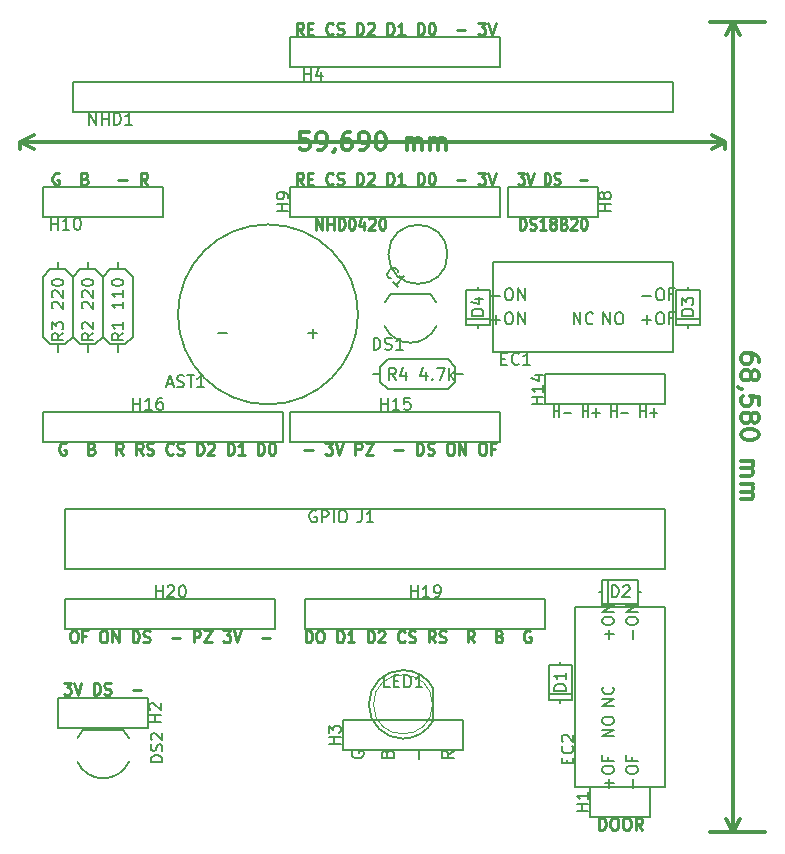
<source format=gbr>
G04 #@! TF.FileFunction,Legend,Top*
%FSLAX46Y46*%
G04 Gerber Fmt 4.6, Leading zero omitted, Abs format (unit mm)*
G04 Created by KiCad (PCBNEW 4.0.7-e2-6376~58~ubuntu16.04.1) date Mon Dec 10 06:00:01 2018*
%MOMM*%
%LPD*%
G01*
G04 APERTURE LIST*
%ADD10C,0.100000*%
%ADD11C,0.300000*%
%ADD12C,0.237500*%
%ADD13C,0.225000*%
%ADD14C,0.212500*%
%ADD15C,0.200000*%
%ADD16C,0.250000*%
%ADD17C,0.150000*%
%ADD18C,0.050000*%
G04 APERTURE END LIST*
D10*
D11*
X177431429Y-158330001D02*
X177431429Y-158044287D01*
X177360000Y-157901430D01*
X177288571Y-157830001D01*
X177074286Y-157687144D01*
X176788571Y-157615715D01*
X176217143Y-157615715D01*
X176074286Y-157687144D01*
X176002857Y-157758572D01*
X175931429Y-157901430D01*
X175931429Y-158187144D01*
X176002857Y-158330001D01*
X176074286Y-158401430D01*
X176217143Y-158472858D01*
X176574286Y-158472858D01*
X176717143Y-158401430D01*
X176788571Y-158330001D01*
X176860000Y-158187144D01*
X176860000Y-157901430D01*
X176788571Y-157758572D01*
X176717143Y-157687144D01*
X176574286Y-157615715D01*
X176788571Y-159330001D02*
X176860000Y-159187143D01*
X176931429Y-159115715D01*
X177074286Y-159044286D01*
X177145714Y-159044286D01*
X177288571Y-159115715D01*
X177360000Y-159187143D01*
X177431429Y-159330001D01*
X177431429Y-159615715D01*
X177360000Y-159758572D01*
X177288571Y-159830001D01*
X177145714Y-159901429D01*
X177074286Y-159901429D01*
X176931429Y-159830001D01*
X176860000Y-159758572D01*
X176788571Y-159615715D01*
X176788571Y-159330001D01*
X176717143Y-159187143D01*
X176645714Y-159115715D01*
X176502857Y-159044286D01*
X176217143Y-159044286D01*
X176074286Y-159115715D01*
X176002857Y-159187143D01*
X175931429Y-159330001D01*
X175931429Y-159615715D01*
X176002857Y-159758572D01*
X176074286Y-159830001D01*
X176217143Y-159901429D01*
X176502857Y-159901429D01*
X176645714Y-159830001D01*
X176717143Y-159758572D01*
X176788571Y-159615715D01*
X176002857Y-160615714D02*
X175931429Y-160615714D01*
X175788571Y-160544286D01*
X175717143Y-160472857D01*
X177431429Y-161972858D02*
X177431429Y-161258572D01*
X176717143Y-161187143D01*
X176788571Y-161258572D01*
X176860000Y-161401429D01*
X176860000Y-161758572D01*
X176788571Y-161901429D01*
X176717143Y-161972858D01*
X176574286Y-162044286D01*
X176217143Y-162044286D01*
X176074286Y-161972858D01*
X176002857Y-161901429D01*
X175931429Y-161758572D01*
X175931429Y-161401429D01*
X176002857Y-161258572D01*
X176074286Y-161187143D01*
X176788571Y-162901429D02*
X176860000Y-162758571D01*
X176931429Y-162687143D01*
X177074286Y-162615714D01*
X177145714Y-162615714D01*
X177288571Y-162687143D01*
X177360000Y-162758571D01*
X177431429Y-162901429D01*
X177431429Y-163187143D01*
X177360000Y-163330000D01*
X177288571Y-163401429D01*
X177145714Y-163472857D01*
X177074286Y-163472857D01*
X176931429Y-163401429D01*
X176860000Y-163330000D01*
X176788571Y-163187143D01*
X176788571Y-162901429D01*
X176717143Y-162758571D01*
X176645714Y-162687143D01*
X176502857Y-162615714D01*
X176217143Y-162615714D01*
X176074286Y-162687143D01*
X176002857Y-162758571D01*
X175931429Y-162901429D01*
X175931429Y-163187143D01*
X176002857Y-163330000D01*
X176074286Y-163401429D01*
X176217143Y-163472857D01*
X176502857Y-163472857D01*
X176645714Y-163401429D01*
X176717143Y-163330000D01*
X176788571Y-163187143D01*
X177431429Y-164401428D02*
X177431429Y-164544285D01*
X177360000Y-164687142D01*
X177288571Y-164758571D01*
X177145714Y-164830000D01*
X176860000Y-164901428D01*
X176502857Y-164901428D01*
X176217143Y-164830000D01*
X176074286Y-164758571D01*
X176002857Y-164687142D01*
X175931429Y-164544285D01*
X175931429Y-164401428D01*
X176002857Y-164258571D01*
X176074286Y-164187142D01*
X176217143Y-164115714D01*
X176502857Y-164044285D01*
X176860000Y-164044285D01*
X177145714Y-164115714D01*
X177288571Y-164187142D01*
X177360000Y-164258571D01*
X177431429Y-164401428D01*
X175931429Y-166687142D02*
X176931429Y-166687142D01*
X176788571Y-166687142D02*
X176860000Y-166758570D01*
X176931429Y-166901428D01*
X176931429Y-167115713D01*
X176860000Y-167258570D01*
X176717143Y-167329999D01*
X175931429Y-167329999D01*
X176717143Y-167329999D02*
X176860000Y-167401428D01*
X176931429Y-167544285D01*
X176931429Y-167758570D01*
X176860000Y-167901428D01*
X176717143Y-167972856D01*
X175931429Y-167972856D01*
X175931429Y-168687142D02*
X176931429Y-168687142D01*
X176788571Y-168687142D02*
X176860000Y-168758570D01*
X176931429Y-168901428D01*
X176931429Y-169115713D01*
X176860000Y-169258570D01*
X176717143Y-169329999D01*
X175931429Y-169329999D01*
X176717143Y-169329999D02*
X176860000Y-169401428D01*
X176931429Y-169544285D01*
X176931429Y-169758570D01*
X176860000Y-169901428D01*
X176717143Y-169972856D01*
X175931429Y-169972856D01*
X175260000Y-129540000D02*
X175260000Y-198120000D01*
X173355000Y-129540000D02*
X177960000Y-129540000D01*
X173355000Y-198120000D02*
X177960000Y-198120000D01*
X175260000Y-198120000D02*
X174673579Y-196993496D01*
X175260000Y-198120000D02*
X175846421Y-196993496D01*
X175260000Y-129540000D02*
X174673579Y-130666504D01*
X175260000Y-129540000D02*
X175846421Y-130666504D01*
X139351430Y-138878571D02*
X138637144Y-138878571D01*
X138565715Y-139592857D01*
X138637144Y-139521429D01*
X138780001Y-139450000D01*
X139137144Y-139450000D01*
X139280001Y-139521429D01*
X139351430Y-139592857D01*
X139422858Y-139735714D01*
X139422858Y-140092857D01*
X139351430Y-140235714D01*
X139280001Y-140307143D01*
X139137144Y-140378571D01*
X138780001Y-140378571D01*
X138637144Y-140307143D01*
X138565715Y-140235714D01*
X140137143Y-140378571D02*
X140422858Y-140378571D01*
X140565715Y-140307143D01*
X140637143Y-140235714D01*
X140780001Y-140021429D01*
X140851429Y-139735714D01*
X140851429Y-139164286D01*
X140780001Y-139021429D01*
X140708572Y-138950000D01*
X140565715Y-138878571D01*
X140280001Y-138878571D01*
X140137143Y-138950000D01*
X140065715Y-139021429D01*
X139994286Y-139164286D01*
X139994286Y-139521429D01*
X140065715Y-139664286D01*
X140137143Y-139735714D01*
X140280001Y-139807143D01*
X140565715Y-139807143D01*
X140708572Y-139735714D01*
X140780001Y-139664286D01*
X140851429Y-139521429D01*
X141565714Y-140307143D02*
X141565714Y-140378571D01*
X141494286Y-140521429D01*
X141422857Y-140592857D01*
X142851429Y-138878571D02*
X142565715Y-138878571D01*
X142422858Y-138950000D01*
X142351429Y-139021429D01*
X142208572Y-139235714D01*
X142137143Y-139521429D01*
X142137143Y-140092857D01*
X142208572Y-140235714D01*
X142280000Y-140307143D01*
X142422858Y-140378571D01*
X142708572Y-140378571D01*
X142851429Y-140307143D01*
X142922858Y-140235714D01*
X142994286Y-140092857D01*
X142994286Y-139735714D01*
X142922858Y-139592857D01*
X142851429Y-139521429D01*
X142708572Y-139450000D01*
X142422858Y-139450000D01*
X142280000Y-139521429D01*
X142208572Y-139592857D01*
X142137143Y-139735714D01*
X143708571Y-140378571D02*
X143994286Y-140378571D01*
X144137143Y-140307143D01*
X144208571Y-140235714D01*
X144351429Y-140021429D01*
X144422857Y-139735714D01*
X144422857Y-139164286D01*
X144351429Y-139021429D01*
X144280000Y-138950000D01*
X144137143Y-138878571D01*
X143851429Y-138878571D01*
X143708571Y-138950000D01*
X143637143Y-139021429D01*
X143565714Y-139164286D01*
X143565714Y-139521429D01*
X143637143Y-139664286D01*
X143708571Y-139735714D01*
X143851429Y-139807143D01*
X144137143Y-139807143D01*
X144280000Y-139735714D01*
X144351429Y-139664286D01*
X144422857Y-139521429D01*
X145351428Y-138878571D02*
X145494285Y-138878571D01*
X145637142Y-138950000D01*
X145708571Y-139021429D01*
X145780000Y-139164286D01*
X145851428Y-139450000D01*
X145851428Y-139807143D01*
X145780000Y-140092857D01*
X145708571Y-140235714D01*
X145637142Y-140307143D01*
X145494285Y-140378571D01*
X145351428Y-140378571D01*
X145208571Y-140307143D01*
X145137142Y-140235714D01*
X145065714Y-140092857D01*
X144994285Y-139807143D01*
X144994285Y-139450000D01*
X145065714Y-139164286D01*
X145137142Y-139021429D01*
X145208571Y-138950000D01*
X145351428Y-138878571D01*
X147637142Y-140378571D02*
X147637142Y-139378571D01*
X147637142Y-139521429D02*
X147708570Y-139450000D01*
X147851428Y-139378571D01*
X148065713Y-139378571D01*
X148208570Y-139450000D01*
X148279999Y-139592857D01*
X148279999Y-140378571D01*
X148279999Y-139592857D02*
X148351428Y-139450000D01*
X148494285Y-139378571D01*
X148708570Y-139378571D01*
X148851428Y-139450000D01*
X148922856Y-139592857D01*
X148922856Y-140378571D01*
X149637142Y-140378571D02*
X149637142Y-139378571D01*
X149637142Y-139521429D02*
X149708570Y-139450000D01*
X149851428Y-139378571D01*
X150065713Y-139378571D01*
X150208570Y-139450000D01*
X150279999Y-139592857D01*
X150279999Y-140378571D01*
X150279999Y-139592857D02*
X150351428Y-139450000D01*
X150494285Y-139378571D01*
X150708570Y-139378571D01*
X150851428Y-139450000D01*
X150922856Y-139592857D01*
X150922856Y-140378571D01*
X114935000Y-139700000D02*
X174625000Y-139700000D01*
X114935000Y-140335000D02*
X114935000Y-139700000D01*
X174625000Y-140335000D02*
X174625000Y-139700000D01*
X174625000Y-139700000D02*
X173498496Y-140286421D01*
X174625000Y-139700000D02*
X173498496Y-139113579D01*
X114935000Y-139700000D02*
X116061504Y-140286421D01*
X114935000Y-139700000D02*
X116061504Y-139113579D01*
D12*
X138858808Y-130627381D02*
X138542141Y-130151190D01*
X138315950Y-130627381D02*
X138315950Y-129627381D01*
X138677855Y-129627381D01*
X138768331Y-129675000D01*
X138813570Y-129722619D01*
X138858808Y-129817857D01*
X138858808Y-129960714D01*
X138813570Y-130055952D01*
X138768331Y-130103571D01*
X138677855Y-130151190D01*
X138315950Y-130151190D01*
X139265950Y-130103571D02*
X139582617Y-130103571D01*
X139718331Y-130627381D02*
X139265950Y-130627381D01*
X139265950Y-129627381D01*
X139718331Y-129627381D01*
X141392142Y-130532143D02*
X141346904Y-130579762D01*
X141211189Y-130627381D01*
X141120713Y-130627381D01*
X140984999Y-130579762D01*
X140894523Y-130484524D01*
X140849284Y-130389286D01*
X140804046Y-130198810D01*
X140804046Y-130055952D01*
X140849284Y-129865476D01*
X140894523Y-129770238D01*
X140984999Y-129675000D01*
X141120713Y-129627381D01*
X141211189Y-129627381D01*
X141346904Y-129675000D01*
X141392142Y-129722619D01*
X141754046Y-130579762D02*
X141889761Y-130627381D01*
X142115951Y-130627381D01*
X142206427Y-130579762D01*
X142251665Y-130532143D01*
X142296904Y-130436905D01*
X142296904Y-130341667D01*
X142251665Y-130246429D01*
X142206427Y-130198810D01*
X142115951Y-130151190D01*
X141934999Y-130103571D01*
X141844523Y-130055952D01*
X141799284Y-130008333D01*
X141754046Y-129913095D01*
X141754046Y-129817857D01*
X141799284Y-129722619D01*
X141844523Y-129675000D01*
X141934999Y-129627381D01*
X142161189Y-129627381D01*
X142296904Y-129675000D01*
X143427856Y-130627381D02*
X143427856Y-129627381D01*
X143654047Y-129627381D01*
X143789761Y-129675000D01*
X143880237Y-129770238D01*
X143925476Y-129865476D01*
X143970714Y-130055952D01*
X143970714Y-130198810D01*
X143925476Y-130389286D01*
X143880237Y-130484524D01*
X143789761Y-130579762D01*
X143654047Y-130627381D01*
X143427856Y-130627381D01*
X144332618Y-129722619D02*
X144377856Y-129675000D01*
X144468333Y-129627381D01*
X144694523Y-129627381D01*
X144784999Y-129675000D01*
X144830237Y-129722619D01*
X144875476Y-129817857D01*
X144875476Y-129913095D01*
X144830237Y-130055952D01*
X144287380Y-130627381D01*
X144875476Y-130627381D01*
X146006428Y-130627381D02*
X146006428Y-129627381D01*
X146232619Y-129627381D01*
X146368333Y-129675000D01*
X146458809Y-129770238D01*
X146504048Y-129865476D01*
X146549286Y-130055952D01*
X146549286Y-130198810D01*
X146504048Y-130389286D01*
X146458809Y-130484524D01*
X146368333Y-130579762D01*
X146232619Y-130627381D01*
X146006428Y-130627381D01*
X147454048Y-130627381D02*
X146911190Y-130627381D01*
X147182619Y-130627381D02*
X147182619Y-129627381D01*
X147092143Y-129770238D01*
X147001667Y-129865476D01*
X146911190Y-129913095D01*
X148585000Y-130627381D02*
X148585000Y-129627381D01*
X148811191Y-129627381D01*
X148946905Y-129675000D01*
X149037381Y-129770238D01*
X149082620Y-129865476D01*
X149127858Y-130055952D01*
X149127858Y-130198810D01*
X149082620Y-130389286D01*
X149037381Y-130484524D01*
X148946905Y-130579762D01*
X148811191Y-130627381D01*
X148585000Y-130627381D01*
X149715953Y-129627381D02*
X149806429Y-129627381D01*
X149896905Y-129675000D01*
X149942143Y-129722619D01*
X149987381Y-129817857D01*
X150032620Y-130008333D01*
X150032620Y-130246429D01*
X149987381Y-130436905D01*
X149942143Y-130532143D01*
X149896905Y-130579762D01*
X149806429Y-130627381D01*
X149715953Y-130627381D01*
X149625477Y-130579762D01*
X149580239Y-130532143D01*
X149535000Y-130436905D01*
X149489762Y-130246429D01*
X149489762Y-130008333D01*
X149535000Y-129817857D01*
X149580239Y-129722619D01*
X149625477Y-129675000D01*
X149715953Y-129627381D01*
X151887382Y-130246429D02*
X152611192Y-130246429D01*
X153696906Y-129627381D02*
X154285002Y-129627381D01*
X153968335Y-130008333D01*
X154104049Y-130008333D01*
X154194525Y-130055952D01*
X154239763Y-130103571D01*
X154285002Y-130198810D01*
X154285002Y-130436905D01*
X154239763Y-130532143D01*
X154194525Y-130579762D01*
X154104049Y-130627381D01*
X153832621Y-130627381D01*
X153742144Y-130579762D01*
X153696906Y-130532143D01*
X154556430Y-129627381D02*
X154873097Y-130627381D01*
X155189764Y-129627381D01*
D13*
X139982143Y-147137381D02*
X139982143Y-146137381D01*
X140496428Y-147137381D01*
X140496428Y-146137381D01*
X140925000Y-147137381D02*
X140925000Y-146137381D01*
X140925000Y-146613571D02*
X141439285Y-146613571D01*
X141439285Y-147137381D02*
X141439285Y-146137381D01*
X141867857Y-147137381D02*
X141867857Y-146137381D01*
X142082142Y-146137381D01*
X142210714Y-146185000D01*
X142296428Y-146280238D01*
X142339285Y-146375476D01*
X142382142Y-146565952D01*
X142382142Y-146708810D01*
X142339285Y-146899286D01*
X142296428Y-146994524D01*
X142210714Y-147089762D01*
X142082142Y-147137381D01*
X141867857Y-147137381D01*
X142939285Y-146137381D02*
X143025000Y-146137381D01*
X143110714Y-146185000D01*
X143153571Y-146232619D01*
X143196428Y-146327857D01*
X143239285Y-146518333D01*
X143239285Y-146756429D01*
X143196428Y-146946905D01*
X143153571Y-147042143D01*
X143110714Y-147089762D01*
X143025000Y-147137381D01*
X142939285Y-147137381D01*
X142853571Y-147089762D01*
X142810714Y-147042143D01*
X142767857Y-146946905D01*
X142725000Y-146756429D01*
X142725000Y-146518333D01*
X142767857Y-146327857D01*
X142810714Y-146232619D01*
X142853571Y-146185000D01*
X142939285Y-146137381D01*
X144010714Y-146470714D02*
X144010714Y-147137381D01*
X143796428Y-146089762D02*
X143582143Y-146804048D01*
X144139285Y-146804048D01*
X144439286Y-146232619D02*
X144482143Y-146185000D01*
X144567857Y-146137381D01*
X144782143Y-146137381D01*
X144867857Y-146185000D01*
X144910714Y-146232619D01*
X144953571Y-146327857D01*
X144953571Y-146423095D01*
X144910714Y-146565952D01*
X144396428Y-147137381D01*
X144953571Y-147137381D01*
X145510714Y-146137381D02*
X145596429Y-146137381D01*
X145682143Y-146185000D01*
X145725000Y-146232619D01*
X145767857Y-146327857D01*
X145810714Y-146518333D01*
X145810714Y-146756429D01*
X145767857Y-146946905D01*
X145725000Y-147042143D01*
X145682143Y-147089762D01*
X145596429Y-147137381D01*
X145510714Y-147137381D01*
X145425000Y-147089762D01*
X145382143Y-147042143D01*
X145339286Y-146946905D01*
X145296429Y-146756429D01*
X145296429Y-146518333D01*
X145339286Y-146327857D01*
X145382143Y-146232619D01*
X145425000Y-146185000D01*
X145510714Y-146137381D01*
X157191429Y-147137381D02*
X157191429Y-146137381D01*
X157405714Y-146137381D01*
X157534286Y-146185000D01*
X157620000Y-146280238D01*
X157662857Y-146375476D01*
X157705714Y-146565952D01*
X157705714Y-146708810D01*
X157662857Y-146899286D01*
X157620000Y-146994524D01*
X157534286Y-147089762D01*
X157405714Y-147137381D01*
X157191429Y-147137381D01*
X158048572Y-147089762D02*
X158177143Y-147137381D01*
X158391429Y-147137381D01*
X158477143Y-147089762D01*
X158520000Y-147042143D01*
X158562857Y-146946905D01*
X158562857Y-146851667D01*
X158520000Y-146756429D01*
X158477143Y-146708810D01*
X158391429Y-146661190D01*
X158220000Y-146613571D01*
X158134286Y-146565952D01*
X158091429Y-146518333D01*
X158048572Y-146423095D01*
X158048572Y-146327857D01*
X158091429Y-146232619D01*
X158134286Y-146185000D01*
X158220000Y-146137381D01*
X158434286Y-146137381D01*
X158562857Y-146185000D01*
X159420000Y-147137381D02*
X158905715Y-147137381D01*
X159162857Y-147137381D02*
X159162857Y-146137381D01*
X159077143Y-146280238D01*
X158991429Y-146375476D01*
X158905715Y-146423095D01*
X159934286Y-146565952D02*
X159848572Y-146518333D01*
X159805715Y-146470714D01*
X159762858Y-146375476D01*
X159762858Y-146327857D01*
X159805715Y-146232619D01*
X159848572Y-146185000D01*
X159934286Y-146137381D01*
X160105715Y-146137381D01*
X160191429Y-146185000D01*
X160234286Y-146232619D01*
X160277143Y-146327857D01*
X160277143Y-146375476D01*
X160234286Y-146470714D01*
X160191429Y-146518333D01*
X160105715Y-146565952D01*
X159934286Y-146565952D01*
X159848572Y-146613571D01*
X159805715Y-146661190D01*
X159762858Y-146756429D01*
X159762858Y-146946905D01*
X159805715Y-147042143D01*
X159848572Y-147089762D01*
X159934286Y-147137381D01*
X160105715Y-147137381D01*
X160191429Y-147089762D01*
X160234286Y-147042143D01*
X160277143Y-146946905D01*
X160277143Y-146756429D01*
X160234286Y-146661190D01*
X160191429Y-146613571D01*
X160105715Y-146565952D01*
X160962858Y-146613571D02*
X161091429Y-146661190D01*
X161134286Y-146708810D01*
X161177143Y-146804048D01*
X161177143Y-146946905D01*
X161134286Y-147042143D01*
X161091429Y-147089762D01*
X161005715Y-147137381D01*
X160662858Y-147137381D01*
X160662858Y-146137381D01*
X160962858Y-146137381D01*
X161048572Y-146185000D01*
X161091429Y-146232619D01*
X161134286Y-146327857D01*
X161134286Y-146423095D01*
X161091429Y-146518333D01*
X161048572Y-146565952D01*
X160962858Y-146613571D01*
X160662858Y-146613571D01*
X161520001Y-146232619D02*
X161562858Y-146185000D01*
X161648572Y-146137381D01*
X161862858Y-146137381D01*
X161948572Y-146185000D01*
X161991429Y-146232619D01*
X162034286Y-146327857D01*
X162034286Y-146423095D01*
X161991429Y-146565952D01*
X161477143Y-147137381D01*
X162034286Y-147137381D01*
X162591429Y-146137381D02*
X162677144Y-146137381D01*
X162762858Y-146185000D01*
X162805715Y-146232619D01*
X162848572Y-146327857D01*
X162891429Y-146518333D01*
X162891429Y-146756429D01*
X162848572Y-146946905D01*
X162805715Y-147042143D01*
X162762858Y-147089762D01*
X162677144Y-147137381D01*
X162591429Y-147137381D01*
X162505715Y-147089762D01*
X162462858Y-147042143D01*
X162420001Y-146946905D01*
X162377144Y-146756429D01*
X162377144Y-146518333D01*
X162420001Y-146327857D01*
X162462858Y-146232619D01*
X162505715Y-146185000D01*
X162591429Y-146137381D01*
D14*
X157045001Y-142327381D02*
X157571191Y-142327381D01*
X157287858Y-142708333D01*
X157409286Y-142708333D01*
X157490239Y-142755952D01*
X157530715Y-142803571D01*
X157571191Y-142898810D01*
X157571191Y-143136905D01*
X157530715Y-143232143D01*
X157490239Y-143279762D01*
X157409286Y-143327381D01*
X157166429Y-143327381D01*
X157085477Y-143279762D01*
X157045001Y-143232143D01*
X157814048Y-142327381D02*
X158097382Y-143327381D01*
X158380715Y-142327381D01*
X159311667Y-143327381D02*
X159311667Y-142327381D01*
X159514048Y-142327381D01*
X159635476Y-142375000D01*
X159716429Y-142470238D01*
X159756905Y-142565476D01*
X159797381Y-142755952D01*
X159797381Y-142898810D01*
X159756905Y-143089286D01*
X159716429Y-143184524D01*
X159635476Y-143279762D01*
X159514048Y-143327381D01*
X159311667Y-143327381D01*
X160121191Y-143279762D02*
X160242619Y-143327381D01*
X160445000Y-143327381D01*
X160525953Y-143279762D01*
X160566429Y-143232143D01*
X160606905Y-143136905D01*
X160606905Y-143041667D01*
X160566429Y-142946429D01*
X160525953Y-142898810D01*
X160445000Y-142851190D01*
X160283096Y-142803571D01*
X160202143Y-142755952D01*
X160161667Y-142708333D01*
X160121191Y-142613095D01*
X160121191Y-142517857D01*
X160161667Y-142422619D01*
X160202143Y-142375000D01*
X160283096Y-142327381D01*
X160485476Y-142327381D01*
X160606905Y-142375000D01*
X162266429Y-142946429D02*
X162914048Y-142946429D01*
D15*
X160084048Y-163012381D02*
X160084048Y-162012381D01*
X160084048Y-162488571D02*
X160541191Y-162488571D01*
X160541191Y-163012381D02*
X160541191Y-162012381D01*
X160922143Y-162631429D02*
X161531667Y-162631429D01*
X162522143Y-163012381D02*
X162522143Y-162012381D01*
X162522143Y-162488571D02*
X162979286Y-162488571D01*
X162979286Y-163012381D02*
X162979286Y-162012381D01*
X163360238Y-162631429D02*
X163969762Y-162631429D01*
X163665000Y-163012381D02*
X163665000Y-162250476D01*
X164960238Y-163012381D02*
X164960238Y-162012381D01*
X164960238Y-162488571D02*
X165417381Y-162488571D01*
X165417381Y-163012381D02*
X165417381Y-162012381D01*
X165798333Y-162631429D02*
X166407857Y-162631429D01*
X167398333Y-163012381D02*
X167398333Y-162012381D01*
X167398333Y-162488571D02*
X167855476Y-162488571D01*
X167855476Y-163012381D02*
X167855476Y-162012381D01*
X168236428Y-162631429D02*
X168845952Y-162631429D01*
X168541190Y-163012381D02*
X168541190Y-162250476D01*
D12*
X118186190Y-142375000D02*
X118095713Y-142327381D01*
X117959999Y-142327381D01*
X117824285Y-142375000D01*
X117733809Y-142470238D01*
X117688570Y-142565476D01*
X117643332Y-142755952D01*
X117643332Y-142898810D01*
X117688570Y-143089286D01*
X117733809Y-143184524D01*
X117824285Y-143279762D01*
X117959999Y-143327381D01*
X118050475Y-143327381D01*
X118186190Y-143279762D01*
X118231428Y-143232143D01*
X118231428Y-142898810D01*
X118050475Y-142898810D01*
X120402857Y-142803571D02*
X120538571Y-142851190D01*
X120583810Y-142898810D01*
X120629048Y-142994048D01*
X120629048Y-143136905D01*
X120583810Y-143232143D01*
X120538571Y-143279762D01*
X120448095Y-143327381D01*
X120086190Y-143327381D01*
X120086190Y-142327381D01*
X120402857Y-142327381D01*
X120493333Y-142375000D01*
X120538571Y-142422619D01*
X120583810Y-142517857D01*
X120583810Y-142613095D01*
X120538571Y-142708333D01*
X120493333Y-142755952D01*
X120402857Y-142803571D01*
X120086190Y-142803571D01*
X123207620Y-142946429D02*
X123931430Y-142946429D01*
X125650478Y-143327381D02*
X125333811Y-142851190D01*
X125107620Y-143327381D02*
X125107620Y-142327381D01*
X125469525Y-142327381D01*
X125560001Y-142375000D01*
X125605240Y-142422619D01*
X125650478Y-142517857D01*
X125650478Y-142660714D01*
X125605240Y-142755952D01*
X125560001Y-142803571D01*
X125469525Y-142851190D01*
X125107620Y-142851190D01*
X138858808Y-143327381D02*
X138542141Y-142851190D01*
X138315950Y-143327381D02*
X138315950Y-142327381D01*
X138677855Y-142327381D01*
X138768331Y-142375000D01*
X138813570Y-142422619D01*
X138858808Y-142517857D01*
X138858808Y-142660714D01*
X138813570Y-142755952D01*
X138768331Y-142803571D01*
X138677855Y-142851190D01*
X138315950Y-142851190D01*
X139265950Y-142803571D02*
X139582617Y-142803571D01*
X139718331Y-143327381D02*
X139265950Y-143327381D01*
X139265950Y-142327381D01*
X139718331Y-142327381D01*
X141392142Y-143232143D02*
X141346904Y-143279762D01*
X141211189Y-143327381D01*
X141120713Y-143327381D01*
X140984999Y-143279762D01*
X140894523Y-143184524D01*
X140849284Y-143089286D01*
X140804046Y-142898810D01*
X140804046Y-142755952D01*
X140849284Y-142565476D01*
X140894523Y-142470238D01*
X140984999Y-142375000D01*
X141120713Y-142327381D01*
X141211189Y-142327381D01*
X141346904Y-142375000D01*
X141392142Y-142422619D01*
X141754046Y-143279762D02*
X141889761Y-143327381D01*
X142115951Y-143327381D01*
X142206427Y-143279762D01*
X142251665Y-143232143D01*
X142296904Y-143136905D01*
X142296904Y-143041667D01*
X142251665Y-142946429D01*
X142206427Y-142898810D01*
X142115951Y-142851190D01*
X141934999Y-142803571D01*
X141844523Y-142755952D01*
X141799284Y-142708333D01*
X141754046Y-142613095D01*
X141754046Y-142517857D01*
X141799284Y-142422619D01*
X141844523Y-142375000D01*
X141934999Y-142327381D01*
X142161189Y-142327381D01*
X142296904Y-142375000D01*
X143427856Y-143327381D02*
X143427856Y-142327381D01*
X143654047Y-142327381D01*
X143789761Y-142375000D01*
X143880237Y-142470238D01*
X143925476Y-142565476D01*
X143970714Y-142755952D01*
X143970714Y-142898810D01*
X143925476Y-143089286D01*
X143880237Y-143184524D01*
X143789761Y-143279762D01*
X143654047Y-143327381D01*
X143427856Y-143327381D01*
X144332618Y-142422619D02*
X144377856Y-142375000D01*
X144468333Y-142327381D01*
X144694523Y-142327381D01*
X144784999Y-142375000D01*
X144830237Y-142422619D01*
X144875476Y-142517857D01*
X144875476Y-142613095D01*
X144830237Y-142755952D01*
X144287380Y-143327381D01*
X144875476Y-143327381D01*
X146006428Y-143327381D02*
X146006428Y-142327381D01*
X146232619Y-142327381D01*
X146368333Y-142375000D01*
X146458809Y-142470238D01*
X146504048Y-142565476D01*
X146549286Y-142755952D01*
X146549286Y-142898810D01*
X146504048Y-143089286D01*
X146458809Y-143184524D01*
X146368333Y-143279762D01*
X146232619Y-143327381D01*
X146006428Y-143327381D01*
X147454048Y-143327381D02*
X146911190Y-143327381D01*
X147182619Y-143327381D02*
X147182619Y-142327381D01*
X147092143Y-142470238D01*
X147001667Y-142565476D01*
X146911190Y-142613095D01*
X148585000Y-143327381D02*
X148585000Y-142327381D01*
X148811191Y-142327381D01*
X148946905Y-142375000D01*
X149037381Y-142470238D01*
X149082620Y-142565476D01*
X149127858Y-142755952D01*
X149127858Y-142898810D01*
X149082620Y-143089286D01*
X149037381Y-143184524D01*
X148946905Y-143279762D01*
X148811191Y-143327381D01*
X148585000Y-143327381D01*
X149715953Y-142327381D02*
X149806429Y-142327381D01*
X149896905Y-142375000D01*
X149942143Y-142422619D01*
X149987381Y-142517857D01*
X150032620Y-142708333D01*
X150032620Y-142946429D01*
X149987381Y-143136905D01*
X149942143Y-143232143D01*
X149896905Y-143279762D01*
X149806429Y-143327381D01*
X149715953Y-143327381D01*
X149625477Y-143279762D01*
X149580239Y-143232143D01*
X149535000Y-143136905D01*
X149489762Y-142946429D01*
X149489762Y-142708333D01*
X149535000Y-142517857D01*
X149580239Y-142422619D01*
X149625477Y-142375000D01*
X149715953Y-142327381D01*
X151887382Y-142946429D02*
X152611192Y-142946429D01*
X153696906Y-142327381D02*
X154285002Y-142327381D01*
X153968335Y-142708333D01*
X154104049Y-142708333D01*
X154194525Y-142755952D01*
X154239763Y-142803571D01*
X154285002Y-142898810D01*
X154285002Y-143136905D01*
X154239763Y-143232143D01*
X154194525Y-143279762D01*
X154104049Y-143327381D01*
X153832621Y-143327381D01*
X153742144Y-143279762D01*
X153696906Y-143232143D01*
X154556430Y-142327381D02*
X154873097Y-143327381D01*
X155189764Y-142327381D01*
X138949284Y-165806429D02*
X139673094Y-165806429D01*
X140758808Y-165187381D02*
X141346904Y-165187381D01*
X141030237Y-165568333D01*
X141165951Y-165568333D01*
X141256427Y-165615952D01*
X141301665Y-165663571D01*
X141346904Y-165758810D01*
X141346904Y-165996905D01*
X141301665Y-166092143D01*
X141256427Y-166139762D01*
X141165951Y-166187381D01*
X140894523Y-166187381D01*
X140804046Y-166139762D01*
X140758808Y-166092143D01*
X141618332Y-165187381D02*
X141934999Y-166187381D01*
X142251666Y-165187381D01*
X143292142Y-166187381D02*
X143292142Y-165187381D01*
X143654047Y-165187381D01*
X143744523Y-165235000D01*
X143789762Y-165282619D01*
X143835000Y-165377857D01*
X143835000Y-165520714D01*
X143789762Y-165615952D01*
X143744523Y-165663571D01*
X143654047Y-165711190D01*
X143292142Y-165711190D01*
X144151666Y-165187381D02*
X144785000Y-165187381D01*
X144151666Y-166187381D01*
X144785000Y-166187381D01*
X146594524Y-165806429D02*
X147318334Y-165806429D01*
X148494524Y-166187381D02*
X148494524Y-165187381D01*
X148720715Y-165187381D01*
X148856429Y-165235000D01*
X148946905Y-165330238D01*
X148992144Y-165425476D01*
X149037382Y-165615952D01*
X149037382Y-165758810D01*
X148992144Y-165949286D01*
X148946905Y-166044524D01*
X148856429Y-166139762D01*
X148720715Y-166187381D01*
X148494524Y-166187381D01*
X149399286Y-166139762D02*
X149535001Y-166187381D01*
X149761191Y-166187381D01*
X149851667Y-166139762D01*
X149896905Y-166092143D01*
X149942144Y-165996905D01*
X149942144Y-165901667D01*
X149896905Y-165806429D01*
X149851667Y-165758810D01*
X149761191Y-165711190D01*
X149580239Y-165663571D01*
X149489763Y-165615952D01*
X149444524Y-165568333D01*
X149399286Y-165473095D01*
X149399286Y-165377857D01*
X149444524Y-165282619D01*
X149489763Y-165235000D01*
X149580239Y-165187381D01*
X149806429Y-165187381D01*
X149942144Y-165235000D01*
X151254049Y-165187381D02*
X151435001Y-165187381D01*
X151525477Y-165235000D01*
X151615954Y-165330238D01*
X151661192Y-165520714D01*
X151661192Y-165854048D01*
X151615954Y-166044524D01*
X151525477Y-166139762D01*
X151435001Y-166187381D01*
X151254049Y-166187381D01*
X151163573Y-166139762D01*
X151073096Y-166044524D01*
X151027858Y-165854048D01*
X151027858Y-165520714D01*
X151073096Y-165330238D01*
X151163573Y-165235000D01*
X151254049Y-165187381D01*
X152068334Y-166187381D02*
X152068334Y-165187381D01*
X152611192Y-166187381D01*
X152611192Y-165187381D01*
X153968335Y-165187381D02*
X154149287Y-165187381D01*
X154239763Y-165235000D01*
X154330240Y-165330238D01*
X154375478Y-165520714D01*
X154375478Y-165854048D01*
X154330240Y-166044524D01*
X154239763Y-166139762D01*
X154149287Y-166187381D01*
X153968335Y-166187381D01*
X153877859Y-166139762D01*
X153787382Y-166044524D01*
X153742144Y-165854048D01*
X153742144Y-165520714D01*
X153787382Y-165330238D01*
X153877859Y-165235000D01*
X153968335Y-165187381D01*
X155099287Y-165663571D02*
X154782620Y-165663571D01*
X154782620Y-166187381D02*
X154782620Y-165187381D01*
X155235001Y-165187381D01*
X118766665Y-165235000D02*
X118676188Y-165187381D01*
X118540474Y-165187381D01*
X118404760Y-165235000D01*
X118314284Y-165330238D01*
X118269045Y-165425476D01*
X118223807Y-165615952D01*
X118223807Y-165758810D01*
X118269045Y-165949286D01*
X118314284Y-166044524D01*
X118404760Y-166139762D01*
X118540474Y-166187381D01*
X118630950Y-166187381D01*
X118766665Y-166139762D01*
X118811903Y-166092143D01*
X118811903Y-165758810D01*
X118630950Y-165758810D01*
X120983332Y-165663571D02*
X121119046Y-165711190D01*
X121164285Y-165758810D01*
X121209523Y-165854048D01*
X121209523Y-165996905D01*
X121164285Y-166092143D01*
X121119046Y-166139762D01*
X121028570Y-166187381D01*
X120666665Y-166187381D01*
X120666665Y-165187381D01*
X120983332Y-165187381D01*
X121073808Y-165235000D01*
X121119046Y-165282619D01*
X121164285Y-165377857D01*
X121164285Y-165473095D01*
X121119046Y-165568333D01*
X121073808Y-165615952D01*
X120983332Y-165663571D01*
X120666665Y-165663571D01*
X123607143Y-166187381D02*
X123290476Y-165711190D01*
X123064285Y-166187381D02*
X123064285Y-165187381D01*
X123426190Y-165187381D01*
X123516666Y-165235000D01*
X123561905Y-165282619D01*
X123607143Y-165377857D01*
X123607143Y-165520714D01*
X123561905Y-165615952D01*
X123516666Y-165663571D01*
X123426190Y-165711190D01*
X123064285Y-165711190D01*
X125280953Y-166187381D02*
X124964286Y-165711190D01*
X124738095Y-166187381D02*
X124738095Y-165187381D01*
X125100000Y-165187381D01*
X125190476Y-165235000D01*
X125235715Y-165282619D01*
X125280953Y-165377857D01*
X125280953Y-165520714D01*
X125235715Y-165615952D01*
X125190476Y-165663571D01*
X125100000Y-165711190D01*
X124738095Y-165711190D01*
X125642857Y-166139762D02*
X125778572Y-166187381D01*
X126004762Y-166187381D01*
X126095238Y-166139762D01*
X126140476Y-166092143D01*
X126185715Y-165996905D01*
X126185715Y-165901667D01*
X126140476Y-165806429D01*
X126095238Y-165758810D01*
X126004762Y-165711190D01*
X125823810Y-165663571D01*
X125733334Y-165615952D01*
X125688095Y-165568333D01*
X125642857Y-165473095D01*
X125642857Y-165377857D01*
X125688095Y-165282619D01*
X125733334Y-165235000D01*
X125823810Y-165187381D01*
X126050000Y-165187381D01*
X126185715Y-165235000D01*
X127859525Y-166092143D02*
X127814287Y-166139762D01*
X127678572Y-166187381D01*
X127588096Y-166187381D01*
X127452382Y-166139762D01*
X127361906Y-166044524D01*
X127316667Y-165949286D01*
X127271429Y-165758810D01*
X127271429Y-165615952D01*
X127316667Y-165425476D01*
X127361906Y-165330238D01*
X127452382Y-165235000D01*
X127588096Y-165187381D01*
X127678572Y-165187381D01*
X127814287Y-165235000D01*
X127859525Y-165282619D01*
X128221429Y-166139762D02*
X128357144Y-166187381D01*
X128583334Y-166187381D01*
X128673810Y-166139762D01*
X128719048Y-166092143D01*
X128764287Y-165996905D01*
X128764287Y-165901667D01*
X128719048Y-165806429D01*
X128673810Y-165758810D01*
X128583334Y-165711190D01*
X128402382Y-165663571D01*
X128311906Y-165615952D01*
X128266667Y-165568333D01*
X128221429Y-165473095D01*
X128221429Y-165377857D01*
X128266667Y-165282619D01*
X128311906Y-165235000D01*
X128402382Y-165187381D01*
X128628572Y-165187381D01*
X128764287Y-165235000D01*
X129895239Y-166187381D02*
X129895239Y-165187381D01*
X130121430Y-165187381D01*
X130257144Y-165235000D01*
X130347620Y-165330238D01*
X130392859Y-165425476D01*
X130438097Y-165615952D01*
X130438097Y-165758810D01*
X130392859Y-165949286D01*
X130347620Y-166044524D01*
X130257144Y-166139762D01*
X130121430Y-166187381D01*
X129895239Y-166187381D01*
X130800001Y-165282619D02*
X130845239Y-165235000D01*
X130935716Y-165187381D01*
X131161906Y-165187381D01*
X131252382Y-165235000D01*
X131297620Y-165282619D01*
X131342859Y-165377857D01*
X131342859Y-165473095D01*
X131297620Y-165615952D01*
X130754763Y-166187381D01*
X131342859Y-166187381D01*
X132473811Y-166187381D02*
X132473811Y-165187381D01*
X132700002Y-165187381D01*
X132835716Y-165235000D01*
X132926192Y-165330238D01*
X132971431Y-165425476D01*
X133016669Y-165615952D01*
X133016669Y-165758810D01*
X132971431Y-165949286D01*
X132926192Y-166044524D01*
X132835716Y-166139762D01*
X132700002Y-166187381D01*
X132473811Y-166187381D01*
X133921431Y-166187381D02*
X133378573Y-166187381D01*
X133650002Y-166187381D02*
X133650002Y-165187381D01*
X133559526Y-165330238D01*
X133469050Y-165425476D01*
X133378573Y-165473095D01*
X135052383Y-166187381D02*
X135052383Y-165187381D01*
X135278574Y-165187381D01*
X135414288Y-165235000D01*
X135504764Y-165330238D01*
X135550003Y-165425476D01*
X135595241Y-165615952D01*
X135595241Y-165758810D01*
X135550003Y-165949286D01*
X135504764Y-166044524D01*
X135414288Y-166139762D01*
X135278574Y-166187381D01*
X135052383Y-166187381D01*
X136183336Y-165187381D02*
X136273812Y-165187381D01*
X136364288Y-165235000D01*
X136409526Y-165282619D01*
X136454764Y-165377857D01*
X136500003Y-165568333D01*
X136500003Y-165806429D01*
X136454764Y-165996905D01*
X136409526Y-166092143D01*
X136364288Y-166139762D01*
X136273812Y-166187381D01*
X136183336Y-166187381D01*
X136092860Y-166139762D01*
X136047622Y-166092143D01*
X136002383Y-165996905D01*
X135957145Y-165806429D01*
X135957145Y-165568333D01*
X136002383Y-165377857D01*
X136047622Y-165282619D01*
X136092860Y-165235000D01*
X136183336Y-165187381D01*
X118594999Y-185507381D02*
X119183095Y-185507381D01*
X118866428Y-185888333D01*
X119002142Y-185888333D01*
X119092618Y-185935952D01*
X119137856Y-185983571D01*
X119183095Y-186078810D01*
X119183095Y-186316905D01*
X119137856Y-186412143D01*
X119092618Y-186459762D01*
X119002142Y-186507381D01*
X118730714Y-186507381D01*
X118640237Y-186459762D01*
X118594999Y-186412143D01*
X119454523Y-185507381D02*
X119771190Y-186507381D01*
X120087857Y-185507381D01*
X121128333Y-186507381D02*
X121128333Y-185507381D01*
X121354524Y-185507381D01*
X121490238Y-185555000D01*
X121580714Y-185650238D01*
X121625953Y-185745476D01*
X121671191Y-185935952D01*
X121671191Y-186078810D01*
X121625953Y-186269286D01*
X121580714Y-186364524D01*
X121490238Y-186459762D01*
X121354524Y-186507381D01*
X121128333Y-186507381D01*
X122033095Y-186459762D02*
X122168810Y-186507381D01*
X122395000Y-186507381D01*
X122485476Y-186459762D01*
X122530714Y-186412143D01*
X122575953Y-186316905D01*
X122575953Y-186221667D01*
X122530714Y-186126429D01*
X122485476Y-186078810D01*
X122395000Y-186031190D01*
X122214048Y-185983571D01*
X122123572Y-185935952D01*
X122078333Y-185888333D01*
X122033095Y-185793095D01*
X122033095Y-185697857D01*
X122078333Y-185602619D01*
X122123572Y-185555000D01*
X122214048Y-185507381D01*
X122440238Y-185507381D01*
X122575953Y-185555000D01*
X124430715Y-186126429D02*
X125154525Y-186126429D01*
D13*
X119356427Y-181062381D02*
X119537379Y-181062381D01*
X119627855Y-181110000D01*
X119718332Y-181205238D01*
X119763570Y-181395714D01*
X119763570Y-181729048D01*
X119718332Y-181919524D01*
X119627855Y-182014762D01*
X119537379Y-182062381D01*
X119356427Y-182062381D01*
X119265951Y-182014762D01*
X119175474Y-181919524D01*
X119130236Y-181729048D01*
X119130236Y-181395714D01*
X119175474Y-181205238D01*
X119265951Y-181110000D01*
X119356427Y-181062381D01*
X120487379Y-181538571D02*
X120170712Y-181538571D01*
X120170712Y-182062381D02*
X120170712Y-181062381D01*
X120623093Y-181062381D01*
X121889761Y-181062381D02*
X122070713Y-181062381D01*
X122161189Y-181110000D01*
X122251666Y-181205238D01*
X122296904Y-181395714D01*
X122296904Y-181729048D01*
X122251666Y-181919524D01*
X122161189Y-182014762D01*
X122070713Y-182062381D01*
X121889761Y-182062381D01*
X121799285Y-182014762D01*
X121708808Y-181919524D01*
X121663570Y-181729048D01*
X121663570Y-181395714D01*
X121708808Y-181205238D01*
X121799285Y-181110000D01*
X121889761Y-181062381D01*
X122704046Y-182062381D02*
X122704046Y-181062381D01*
X123246904Y-182062381D01*
X123246904Y-181062381D01*
X124423094Y-182062381D02*
X124423094Y-181062381D01*
X124649285Y-181062381D01*
X124784999Y-181110000D01*
X124875475Y-181205238D01*
X124920714Y-181300476D01*
X124965952Y-181490952D01*
X124965952Y-181633810D01*
X124920714Y-181824286D01*
X124875475Y-181919524D01*
X124784999Y-182014762D01*
X124649285Y-182062381D01*
X124423094Y-182062381D01*
X125327856Y-182014762D02*
X125463571Y-182062381D01*
X125689761Y-182062381D01*
X125780237Y-182014762D01*
X125825475Y-181967143D01*
X125870714Y-181871905D01*
X125870714Y-181776667D01*
X125825475Y-181681429D01*
X125780237Y-181633810D01*
X125689761Y-181586190D01*
X125508809Y-181538571D01*
X125418333Y-181490952D01*
X125373094Y-181443333D01*
X125327856Y-181348095D01*
X125327856Y-181252857D01*
X125373094Y-181157619D01*
X125418333Y-181110000D01*
X125508809Y-181062381D01*
X125734999Y-181062381D01*
X125870714Y-181110000D01*
X127725476Y-181681429D02*
X128449286Y-181681429D01*
X129625476Y-182062381D02*
X129625476Y-181062381D01*
X129987381Y-181062381D01*
X130077857Y-181110000D01*
X130123096Y-181157619D01*
X130168334Y-181252857D01*
X130168334Y-181395714D01*
X130123096Y-181490952D01*
X130077857Y-181538571D01*
X129987381Y-181586190D01*
X129625476Y-181586190D01*
X130485000Y-181062381D02*
X131118334Y-181062381D01*
X130485000Y-182062381D01*
X131118334Y-182062381D01*
X132113572Y-181062381D02*
X132701668Y-181062381D01*
X132385001Y-181443333D01*
X132520715Y-181443333D01*
X132611191Y-181490952D01*
X132656429Y-181538571D01*
X132701668Y-181633810D01*
X132701668Y-181871905D01*
X132656429Y-181967143D01*
X132611191Y-182014762D01*
X132520715Y-182062381D01*
X132249287Y-182062381D01*
X132158810Y-182014762D01*
X132113572Y-181967143D01*
X132973096Y-181062381D02*
X133289763Y-182062381D01*
X133606430Y-181062381D01*
X135370716Y-181681429D02*
X136094526Y-181681429D01*
D12*
X139089997Y-182062381D02*
X139089997Y-181062381D01*
X139316188Y-181062381D01*
X139451902Y-181110000D01*
X139542378Y-181205238D01*
X139587617Y-181300476D01*
X139632855Y-181490952D01*
X139632855Y-181633810D01*
X139587617Y-181824286D01*
X139542378Y-181919524D01*
X139451902Y-182014762D01*
X139316188Y-182062381D01*
X139089997Y-182062381D01*
X140220950Y-181062381D02*
X140401902Y-181062381D01*
X140492378Y-181110000D01*
X140582855Y-181205238D01*
X140628093Y-181395714D01*
X140628093Y-181729048D01*
X140582855Y-181919524D01*
X140492378Y-182014762D01*
X140401902Y-182062381D01*
X140220950Y-182062381D01*
X140130474Y-182014762D01*
X140039997Y-181919524D01*
X139994759Y-181729048D01*
X139994759Y-181395714D01*
X140039997Y-181205238D01*
X140130474Y-181110000D01*
X140220950Y-181062381D01*
X141759045Y-182062381D02*
X141759045Y-181062381D01*
X141985236Y-181062381D01*
X142120950Y-181110000D01*
X142211426Y-181205238D01*
X142256665Y-181300476D01*
X142301903Y-181490952D01*
X142301903Y-181633810D01*
X142256665Y-181824286D01*
X142211426Y-181919524D01*
X142120950Y-182014762D01*
X141985236Y-182062381D01*
X141759045Y-182062381D01*
X143206665Y-182062381D02*
X142663807Y-182062381D01*
X142935236Y-182062381D02*
X142935236Y-181062381D01*
X142844760Y-181205238D01*
X142754284Y-181300476D01*
X142663807Y-181348095D01*
X144337617Y-182062381D02*
X144337617Y-181062381D01*
X144563808Y-181062381D01*
X144699522Y-181110000D01*
X144789998Y-181205238D01*
X144835237Y-181300476D01*
X144880475Y-181490952D01*
X144880475Y-181633810D01*
X144835237Y-181824286D01*
X144789998Y-181919524D01*
X144699522Y-182014762D01*
X144563808Y-182062381D01*
X144337617Y-182062381D01*
X145242379Y-181157619D02*
X145287617Y-181110000D01*
X145378094Y-181062381D01*
X145604284Y-181062381D01*
X145694760Y-181110000D01*
X145739998Y-181157619D01*
X145785237Y-181252857D01*
X145785237Y-181348095D01*
X145739998Y-181490952D01*
X145197141Y-182062381D01*
X145785237Y-182062381D01*
X147459047Y-181967143D02*
X147413809Y-182014762D01*
X147278094Y-182062381D01*
X147187618Y-182062381D01*
X147051904Y-182014762D01*
X146961428Y-181919524D01*
X146916189Y-181824286D01*
X146870951Y-181633810D01*
X146870951Y-181490952D01*
X146916189Y-181300476D01*
X146961428Y-181205238D01*
X147051904Y-181110000D01*
X147187618Y-181062381D01*
X147278094Y-181062381D01*
X147413809Y-181110000D01*
X147459047Y-181157619D01*
X147820951Y-182014762D02*
X147956666Y-182062381D01*
X148182856Y-182062381D01*
X148273332Y-182014762D01*
X148318570Y-181967143D01*
X148363809Y-181871905D01*
X148363809Y-181776667D01*
X148318570Y-181681429D01*
X148273332Y-181633810D01*
X148182856Y-181586190D01*
X148001904Y-181538571D01*
X147911428Y-181490952D01*
X147866189Y-181443333D01*
X147820951Y-181348095D01*
X147820951Y-181252857D01*
X147866189Y-181157619D01*
X147911428Y-181110000D01*
X148001904Y-181062381D01*
X148228094Y-181062381D01*
X148363809Y-181110000D01*
X150037619Y-182062381D02*
X149720952Y-181586190D01*
X149494761Y-182062381D02*
X149494761Y-181062381D01*
X149856666Y-181062381D01*
X149947142Y-181110000D01*
X149992381Y-181157619D01*
X150037619Y-181252857D01*
X150037619Y-181395714D01*
X149992381Y-181490952D01*
X149947142Y-181538571D01*
X149856666Y-181586190D01*
X149494761Y-181586190D01*
X150399523Y-182014762D02*
X150535238Y-182062381D01*
X150761428Y-182062381D01*
X150851904Y-182014762D01*
X150897142Y-181967143D01*
X150942381Y-181871905D01*
X150942381Y-181776667D01*
X150897142Y-181681429D01*
X150851904Y-181633810D01*
X150761428Y-181586190D01*
X150580476Y-181538571D01*
X150490000Y-181490952D01*
X150444761Y-181443333D01*
X150399523Y-181348095D01*
X150399523Y-181252857D01*
X150444761Y-181157619D01*
X150490000Y-181110000D01*
X150580476Y-181062381D01*
X150806666Y-181062381D01*
X150942381Y-181110000D01*
X153340001Y-182062381D02*
X153023334Y-181586190D01*
X152797143Y-182062381D02*
X152797143Y-181062381D01*
X153159048Y-181062381D01*
X153249524Y-181110000D01*
X153294763Y-181157619D01*
X153340001Y-181252857D01*
X153340001Y-181395714D01*
X153294763Y-181490952D01*
X153249524Y-181538571D01*
X153159048Y-181586190D01*
X152797143Y-181586190D01*
X155511430Y-181538571D02*
X155647144Y-181586190D01*
X155692383Y-181633810D01*
X155737621Y-181729048D01*
X155737621Y-181871905D01*
X155692383Y-181967143D01*
X155647144Y-182014762D01*
X155556668Y-182062381D01*
X155194763Y-182062381D01*
X155194763Y-181062381D01*
X155511430Y-181062381D01*
X155601906Y-181110000D01*
X155647144Y-181157619D01*
X155692383Y-181252857D01*
X155692383Y-181348095D01*
X155647144Y-181443333D01*
X155601906Y-181490952D01*
X155511430Y-181538571D01*
X155194763Y-181538571D01*
X158090003Y-181110000D02*
X157999526Y-181062381D01*
X157863812Y-181062381D01*
X157728098Y-181110000D01*
X157637622Y-181205238D01*
X157592383Y-181300476D01*
X157547145Y-181490952D01*
X157547145Y-181633810D01*
X157592383Y-181824286D01*
X157637622Y-181919524D01*
X157728098Y-182014762D01*
X157863812Y-182062381D01*
X157954288Y-182062381D01*
X158090003Y-182014762D01*
X158135241Y-181967143D01*
X158135241Y-181633810D01*
X157954288Y-181633810D01*
D16*
X163925476Y-197937381D02*
X163925476Y-196937381D01*
X164163571Y-196937381D01*
X164306429Y-196985000D01*
X164401667Y-197080238D01*
X164449286Y-197175476D01*
X164496905Y-197365952D01*
X164496905Y-197508810D01*
X164449286Y-197699286D01*
X164401667Y-197794524D01*
X164306429Y-197889762D01*
X164163571Y-197937381D01*
X163925476Y-197937381D01*
X165115952Y-196937381D02*
X165306429Y-196937381D01*
X165401667Y-196985000D01*
X165496905Y-197080238D01*
X165544524Y-197270714D01*
X165544524Y-197604048D01*
X165496905Y-197794524D01*
X165401667Y-197889762D01*
X165306429Y-197937381D01*
X165115952Y-197937381D01*
X165020714Y-197889762D01*
X164925476Y-197794524D01*
X164877857Y-197604048D01*
X164877857Y-197270714D01*
X164925476Y-197080238D01*
X165020714Y-196985000D01*
X165115952Y-196937381D01*
X166163571Y-196937381D02*
X166354048Y-196937381D01*
X166449286Y-196985000D01*
X166544524Y-197080238D01*
X166592143Y-197270714D01*
X166592143Y-197604048D01*
X166544524Y-197794524D01*
X166449286Y-197889762D01*
X166354048Y-197937381D01*
X166163571Y-197937381D01*
X166068333Y-197889762D01*
X165973095Y-197794524D01*
X165925476Y-197604048D01*
X165925476Y-197270714D01*
X165973095Y-197080238D01*
X166068333Y-196985000D01*
X166163571Y-196937381D01*
X167592143Y-197937381D02*
X167258809Y-197461190D01*
X167020714Y-197937381D02*
X167020714Y-196937381D01*
X167401667Y-196937381D01*
X167496905Y-196985000D01*
X167544524Y-197032619D01*
X167592143Y-197127857D01*
X167592143Y-197270714D01*
X167544524Y-197365952D01*
X167496905Y-197413571D01*
X167401667Y-197461190D01*
X167020714Y-197461190D01*
D17*
X143510000Y-154305000D02*
G75*
G03X143510000Y-154305000I-7620000J0D01*
G01*
X149860000Y-186055000D02*
X149860000Y-188595000D01*
X149880548Y-188686468D02*
G75*
G02X147320000Y-190225000I-2560548J1361468D01*
G01*
X149880548Y-185963532D02*
G75*
G03X147320000Y-184425000I-2560548J-1361468D01*
G01*
D18*
X149820000Y-187325000D02*
G75*
G03X149820000Y-187325000I-2500000J0D01*
G01*
D17*
X147320000Y-184425000D02*
G75*
G03X144420000Y-187325000I0J-2900000D01*
G01*
X144420000Y-187325000D02*
G75*
G03X147320000Y-190225000I2900000J0D01*
G01*
X161925000Y-179070000D02*
X169545000Y-179070000D01*
X169545000Y-179070000D02*
X169545000Y-194310000D01*
X169545000Y-194310000D02*
X161925000Y-194310000D01*
X161925000Y-194310000D02*
X161925000Y-179070000D01*
X159385000Y-159385000D02*
X169545000Y-159385000D01*
X169545000Y-159385000D02*
X169545000Y-161925000D01*
X169545000Y-161925000D02*
X159385000Y-161925000D01*
X159385000Y-159385000D02*
X159385000Y-161925000D01*
X155575000Y-162560000D02*
X155575000Y-165100000D01*
X137795000Y-162560000D02*
X137795000Y-165100000D01*
X137795000Y-165100000D02*
X155575000Y-165100000D01*
X155575000Y-162560000D02*
X137795000Y-162560000D01*
X154940000Y-157480000D02*
X154940000Y-149860000D01*
X154940000Y-149860000D02*
X170180000Y-149860000D01*
X170180000Y-149860000D02*
X170180000Y-157480000D01*
X170180000Y-157480000D02*
X154940000Y-157480000D01*
X137795000Y-130810000D02*
X137795000Y-133350000D01*
X137795000Y-133350000D02*
X155575000Y-133350000D01*
X155575000Y-133350000D02*
X155575000Y-130810000D01*
X155575000Y-130810000D02*
X137795000Y-130810000D01*
X144780000Y-137160000D02*
X119380000Y-137160000D01*
X119380000Y-137160000D02*
X119380000Y-134620000D01*
X119380000Y-134620000D02*
X144780000Y-134620000D01*
X152400000Y-137160000D02*
X144780000Y-137160000D01*
X144780000Y-134620000D02*
X152400000Y-134620000D01*
X170180000Y-137160000D02*
X170180000Y-134620000D01*
X170180000Y-134620000D02*
X152400000Y-134620000D01*
X152400000Y-137160000D02*
X170180000Y-137160000D01*
X151090000Y-149225000D02*
G75*
G03X151090000Y-149225000I-2500000J0D01*
G01*
X171450000Y-152210000D02*
X171450000Y-151960000D01*
X171450000Y-155210000D02*
X171450000Y-155460000D01*
X172450000Y-154710000D02*
X170450000Y-154710000D01*
X170450000Y-155210000D02*
X172450000Y-155210000D01*
X172450000Y-155210000D02*
X172450000Y-152210000D01*
X172450000Y-152210000D02*
X170450000Y-152210000D01*
X170450000Y-152210000D02*
X170450000Y-155210000D01*
X153670000Y-152210000D02*
X153670000Y-151960000D01*
X153670000Y-155210000D02*
X153670000Y-155460000D01*
X154670000Y-154710000D02*
X152670000Y-154710000D01*
X152670000Y-155210000D02*
X154670000Y-155210000D01*
X154670000Y-155210000D02*
X154670000Y-152210000D01*
X154670000Y-152210000D02*
X152670000Y-152210000D01*
X152670000Y-152210000D02*
X152670000Y-155210000D01*
X125742765Y-189282605D02*
X118122765Y-189282605D01*
X118122765Y-189282605D02*
X118122765Y-186742605D01*
X118122765Y-186742605D02*
X125742765Y-186742605D01*
X125742765Y-189282605D02*
X125742765Y-186742605D01*
X163830000Y-146050000D02*
X156210000Y-146050000D01*
X156210000Y-146050000D02*
X156210000Y-143510000D01*
X156210000Y-143510000D02*
X163830000Y-143510000D01*
X163830000Y-146050000D02*
X163830000Y-143510000D01*
X137795000Y-143510000D02*
X137795000Y-146050000D01*
X137795000Y-146050000D02*
X155575000Y-146050000D01*
X155575000Y-146050000D02*
X155575000Y-143510000D01*
X155575000Y-143510000D02*
X137795000Y-143510000D01*
X116840000Y-143510000D02*
X127000000Y-143510000D01*
X127000000Y-143510000D02*
X127000000Y-146050000D01*
X127000000Y-146050000D02*
X116840000Y-146050000D01*
X116840000Y-143510000D02*
X116840000Y-146050000D01*
X123190000Y-150495000D02*
X123190000Y-149860000D01*
X123190000Y-156845000D02*
X123190000Y-157480000D01*
X123190000Y-156845000D02*
X122555000Y-156845000D01*
X122555000Y-156845000D02*
X121920000Y-156210000D01*
X121920000Y-156210000D02*
X121920000Y-151130000D01*
X121920000Y-151130000D02*
X122555000Y-150495000D01*
X122555000Y-150495000D02*
X123825000Y-150495000D01*
X123825000Y-150495000D02*
X124460000Y-151130000D01*
X124460000Y-151130000D02*
X124460000Y-156210000D01*
X124460000Y-156210000D02*
X123825000Y-156845000D01*
X123825000Y-156845000D02*
X123190000Y-156845000D01*
X120650000Y-150495000D02*
X120650000Y-149860000D01*
X120650000Y-156845000D02*
X120650000Y-157480000D01*
X120650000Y-156845000D02*
X120015000Y-156845000D01*
X120015000Y-156845000D02*
X119380000Y-156210000D01*
X119380000Y-156210000D02*
X119380000Y-151130000D01*
X119380000Y-151130000D02*
X120015000Y-150495000D01*
X120015000Y-150495000D02*
X121285000Y-150495000D01*
X121285000Y-150495000D02*
X121920000Y-151130000D01*
X121920000Y-151130000D02*
X121920000Y-156210000D01*
X121920000Y-156210000D02*
X121285000Y-156845000D01*
X121285000Y-156845000D02*
X120650000Y-156845000D01*
X118110000Y-150495000D02*
X118110000Y-149860000D01*
X118110000Y-156845000D02*
X118110000Y-157480000D01*
X118110000Y-156845000D02*
X117475000Y-156845000D01*
X117475000Y-156845000D02*
X116840000Y-156210000D01*
X116840000Y-156210000D02*
X116840000Y-151130000D01*
X116840000Y-151130000D02*
X117475000Y-150495000D01*
X117475000Y-150495000D02*
X118745000Y-150495000D01*
X118745000Y-150495000D02*
X119380000Y-151130000D01*
X119380000Y-151130000D02*
X119380000Y-156210000D01*
X119380000Y-156210000D02*
X118745000Y-156845000D01*
X118745000Y-156845000D02*
X118110000Y-156845000D01*
X145415000Y-159385000D02*
X144780000Y-159385000D01*
X151765000Y-159385000D02*
X152400000Y-159385000D01*
X151765000Y-159385000D02*
X151765000Y-160020000D01*
X151765000Y-160020000D02*
X151130000Y-160655000D01*
X151130000Y-160655000D02*
X146050000Y-160655000D01*
X146050000Y-160655000D02*
X145415000Y-160020000D01*
X145415000Y-160020000D02*
X145415000Y-158750000D01*
X145415000Y-158750000D02*
X146050000Y-158115000D01*
X146050000Y-158115000D02*
X151130000Y-158115000D01*
X151130000Y-158115000D02*
X151765000Y-158750000D01*
X151765000Y-158750000D02*
X151765000Y-159385000D01*
X150142695Y-153308010D02*
G75*
G03X149655000Y-152605000I-2187695J-996990D01*
G01*
X145767305Y-153308010D02*
G75*
G02X146255000Y-152605000I2187695J-996990D01*
G01*
X149655000Y-152605000D02*
X146255000Y-152605000D01*
X150139879Y-155298127D02*
G75*
G02X147955000Y-156705000I-2184879J993127D01*
G01*
X145770121Y-155298127D02*
G75*
G03X147955000Y-156705000I2184879J993127D01*
G01*
X124120459Y-190190616D02*
G75*
G03X123632764Y-189487606I-2187695J-996990D01*
G01*
X119745069Y-190190616D02*
G75*
G02X120232764Y-189487606I2187695J-996990D01*
G01*
X123632764Y-189487606D02*
X120232764Y-189487606D01*
X124117643Y-192180733D02*
G75*
G02X121932764Y-193587606I-2184879J993127D01*
G01*
X119747885Y-192180733D02*
G75*
G03X121932764Y-193587606I2184879J993127D01*
G01*
X142215660Y-188665429D02*
X152375660Y-188665429D01*
X152375660Y-188665429D02*
X152375660Y-191205429D01*
X152375660Y-191205429D02*
X142215660Y-191205429D01*
X142215660Y-188665429D02*
X142215660Y-191205429D01*
X156845000Y-178435000D02*
X159385000Y-178435000D01*
X159385000Y-178435000D02*
X159385000Y-180975000D01*
X159385000Y-180975000D02*
X156845000Y-180975000D01*
X139065000Y-178435000D02*
X139065000Y-180975000D01*
X139065000Y-180975000D02*
X156845000Y-180975000D01*
X156845000Y-178435000D02*
X139065000Y-178435000D01*
X136525000Y-178435000D02*
X136525000Y-180975000D01*
X118745000Y-178435000D02*
X118745000Y-180975000D01*
X118745000Y-180975000D02*
X136525000Y-180975000D01*
X136525000Y-178435000D02*
X118745000Y-178435000D01*
X118745000Y-175895000D02*
X118745000Y-170815000D01*
X118745000Y-170815000D02*
X169545000Y-170815000D01*
X169545000Y-170815000D02*
X169545000Y-175895000D01*
X169545000Y-175895000D02*
X118745000Y-175895000D01*
X160655000Y-183960000D02*
X160655000Y-183710000D01*
X160655000Y-186960000D02*
X160655000Y-187210000D01*
X161655000Y-186460000D02*
X159655000Y-186460000D01*
X159655000Y-186960000D02*
X161655000Y-186960000D01*
X161655000Y-186960000D02*
X161655000Y-183960000D01*
X161655000Y-183960000D02*
X159655000Y-183960000D01*
X159655000Y-183960000D02*
X159655000Y-186960000D01*
X167195000Y-177800000D02*
X167445000Y-177800000D01*
X164195000Y-177800000D02*
X163945000Y-177800000D01*
X164695000Y-178800000D02*
X164695000Y-176800000D01*
X164195000Y-176800000D02*
X164195000Y-178800000D01*
X164195000Y-178800000D02*
X167195000Y-178800000D01*
X167195000Y-178800000D02*
X167195000Y-176800000D01*
X167195000Y-176800000D02*
X164195000Y-176800000D01*
X168275000Y-196850000D02*
X163195000Y-196850000D01*
X163195000Y-196850000D02*
X163195000Y-194310000D01*
X163195000Y-194310000D02*
X168275000Y-194310000D01*
X168275000Y-196850000D02*
X168275000Y-194310000D01*
X134620000Y-162560000D02*
X137160000Y-162560000D01*
X137160000Y-162560000D02*
X137160000Y-165100000D01*
X137160000Y-165100000D02*
X134620000Y-165100000D01*
X116840000Y-162560000D02*
X116840000Y-165100000D01*
X116840000Y-165100000D02*
X134620000Y-165100000D01*
X134620000Y-162560000D02*
X116840000Y-162560000D01*
X127333571Y-160186667D02*
X127809762Y-160186667D01*
X127238333Y-160472381D02*
X127571666Y-159472381D01*
X127905000Y-160472381D01*
X128190714Y-160424762D02*
X128333571Y-160472381D01*
X128571667Y-160472381D01*
X128666905Y-160424762D01*
X128714524Y-160377143D01*
X128762143Y-160281905D01*
X128762143Y-160186667D01*
X128714524Y-160091429D01*
X128666905Y-160043810D01*
X128571667Y-159996190D01*
X128381190Y-159948571D01*
X128285952Y-159900952D01*
X128238333Y-159853333D01*
X128190714Y-159758095D01*
X128190714Y-159662857D01*
X128238333Y-159567619D01*
X128285952Y-159520000D01*
X128381190Y-159472381D01*
X128619286Y-159472381D01*
X128762143Y-159520000D01*
X129047857Y-159472381D02*
X129619286Y-159472381D01*
X129333571Y-160472381D02*
X129333571Y-159472381D01*
X130476429Y-160472381D02*
X129905000Y-160472381D01*
X130190714Y-160472381D02*
X130190714Y-159472381D01*
X130095476Y-159615238D01*
X130000238Y-159710476D01*
X129905000Y-159758095D01*
X131699048Y-155900429D02*
X132460953Y-155900429D01*
X139319048Y-155900429D02*
X140080953Y-155900429D01*
X139700001Y-156281381D02*
X139700001Y-155519476D01*
X146200953Y-185872381D02*
X145724762Y-185872381D01*
X145724762Y-184872381D01*
X146534286Y-185348571D02*
X146867620Y-185348571D01*
X147010477Y-185872381D02*
X146534286Y-185872381D01*
X146534286Y-184872381D01*
X147010477Y-184872381D01*
X147439048Y-185872381D02*
X147439048Y-184872381D01*
X147677143Y-184872381D01*
X147820001Y-184920000D01*
X147915239Y-185015238D01*
X147962858Y-185110476D01*
X148010477Y-185300952D01*
X148010477Y-185443810D01*
X147962858Y-185634286D01*
X147915239Y-185729524D01*
X147820001Y-185824762D01*
X147677143Y-185872381D01*
X147439048Y-185872381D01*
X148962858Y-185872381D02*
X148391429Y-185872381D01*
X148677143Y-185872381D02*
X148677143Y-184872381D01*
X148581905Y-185015238D01*
X148486667Y-185110476D01*
X148391429Y-185158095D01*
X143034340Y-191310666D02*
X142986721Y-191405904D01*
X142986721Y-191548761D01*
X143034340Y-191691619D01*
X143129578Y-191786857D01*
X143224816Y-191834476D01*
X143415292Y-191882095D01*
X143558150Y-191882095D01*
X143748626Y-191834476D01*
X143843864Y-191786857D01*
X143939102Y-191691619D01*
X143986721Y-191548761D01*
X143986721Y-191453523D01*
X143939102Y-191310666D01*
X143891483Y-191263047D01*
X143558150Y-191263047D01*
X143558150Y-191453523D01*
X146002911Y-191501142D02*
X146050530Y-191358285D01*
X146098150Y-191310666D01*
X146193388Y-191263047D01*
X146336245Y-191263047D01*
X146431483Y-191310666D01*
X146479102Y-191358285D01*
X146526721Y-191453523D01*
X146526721Y-191834476D01*
X145526721Y-191834476D01*
X145526721Y-191501142D01*
X145574340Y-191405904D01*
X145621959Y-191358285D01*
X145717197Y-191310666D01*
X145812435Y-191310666D01*
X145907673Y-191358285D01*
X145955292Y-191405904D01*
X146002911Y-191501142D01*
X146002911Y-191834476D01*
X148685769Y-191953523D02*
X148685769Y-191191618D01*
X151606721Y-191263047D02*
X151130530Y-191596381D01*
X151606721Y-191834476D02*
X150606721Y-191834476D01*
X150606721Y-191453523D01*
X150654340Y-191358285D01*
X150701959Y-191310666D01*
X150797197Y-191263047D01*
X150940054Y-191263047D01*
X151035292Y-191310666D01*
X151082911Y-191358285D01*
X151130530Y-191453523D01*
X151130530Y-191834476D01*
X161218571Y-192325476D02*
X161218571Y-191992142D01*
X161742381Y-191849285D02*
X161742381Y-192325476D01*
X160742381Y-192325476D01*
X160742381Y-191849285D01*
X161647143Y-190849285D02*
X161694762Y-190896904D01*
X161742381Y-191039761D01*
X161742381Y-191134999D01*
X161694762Y-191277857D01*
X161599524Y-191373095D01*
X161504286Y-191420714D01*
X161313810Y-191468333D01*
X161170952Y-191468333D01*
X160980476Y-191420714D01*
X160885238Y-191373095D01*
X160790000Y-191277857D01*
X160742381Y-191134999D01*
X160742381Y-191039761D01*
X160790000Y-190896904D01*
X160837619Y-190849285D01*
X160837619Y-190468333D02*
X160790000Y-190420714D01*
X160742381Y-190325476D01*
X160742381Y-190087380D01*
X160790000Y-189992142D01*
X160837619Y-189944523D01*
X160932857Y-189896904D01*
X161028095Y-189896904D01*
X161170952Y-189944523D01*
X161742381Y-190515952D01*
X161742381Y-189896904D01*
X165171381Y-190039524D02*
X164171381Y-190039524D01*
X165171381Y-189468095D01*
X164171381Y-189468095D01*
X164171381Y-188801429D02*
X164171381Y-188610952D01*
X164219000Y-188515714D01*
X164314238Y-188420476D01*
X164504714Y-188372857D01*
X164838048Y-188372857D01*
X165028524Y-188420476D01*
X165123762Y-188515714D01*
X165171381Y-188610952D01*
X165171381Y-188801429D01*
X165123762Y-188896667D01*
X165028524Y-188991905D01*
X164838048Y-189039524D01*
X164504714Y-189039524D01*
X164314238Y-188991905D01*
X164219000Y-188896667D01*
X164171381Y-188801429D01*
X165171381Y-187475714D02*
X164171381Y-187475714D01*
X165171381Y-186904285D01*
X164171381Y-186904285D01*
X165076143Y-185856666D02*
X165123762Y-185904285D01*
X165171381Y-186047142D01*
X165171381Y-186142380D01*
X165123762Y-186285238D01*
X165028524Y-186380476D01*
X164933286Y-186428095D01*
X164742810Y-186475714D01*
X164599952Y-186475714D01*
X164409476Y-186428095D01*
X164314238Y-186380476D01*
X164219000Y-186285238D01*
X164171381Y-186142380D01*
X164171381Y-186047142D01*
X164219000Y-185904285D01*
X164266619Y-185856666D01*
X166822429Y-194373333D02*
X166822429Y-193611428D01*
X166203381Y-192944762D02*
X166203381Y-192754285D01*
X166251000Y-192659047D01*
X166346238Y-192563809D01*
X166536714Y-192516190D01*
X166870048Y-192516190D01*
X167060524Y-192563809D01*
X167155762Y-192659047D01*
X167203381Y-192754285D01*
X167203381Y-192944762D01*
X167155762Y-193040000D01*
X167060524Y-193135238D01*
X166870048Y-193182857D01*
X166536714Y-193182857D01*
X166346238Y-193135238D01*
X166251000Y-193040000D01*
X166203381Y-192944762D01*
X166679571Y-191754285D02*
X166679571Y-192087619D01*
X167203381Y-192087619D02*
X166203381Y-192087619D01*
X166203381Y-191611428D01*
X166822429Y-181768571D02*
X166822429Y-181006666D01*
X166203381Y-180340000D02*
X166203381Y-180149523D01*
X166251000Y-180054285D01*
X166346238Y-179959047D01*
X166536714Y-179911428D01*
X166870048Y-179911428D01*
X167060524Y-179959047D01*
X167155762Y-180054285D01*
X167203381Y-180149523D01*
X167203381Y-180340000D01*
X167155762Y-180435238D01*
X167060524Y-180530476D01*
X166870048Y-180578095D01*
X166536714Y-180578095D01*
X166346238Y-180530476D01*
X166251000Y-180435238D01*
X166203381Y-180340000D01*
X167203381Y-179482857D02*
X166203381Y-179482857D01*
X167203381Y-178911428D01*
X166203381Y-178911428D01*
X164790429Y-194373333D02*
X164790429Y-193611428D01*
X165171381Y-193992380D02*
X164409476Y-193992380D01*
X164171381Y-192944762D02*
X164171381Y-192754285D01*
X164219000Y-192659047D01*
X164314238Y-192563809D01*
X164504714Y-192516190D01*
X164838048Y-192516190D01*
X165028524Y-192563809D01*
X165123762Y-192659047D01*
X165171381Y-192754285D01*
X165171381Y-192944762D01*
X165123762Y-193040000D01*
X165028524Y-193135238D01*
X164838048Y-193182857D01*
X164504714Y-193182857D01*
X164314238Y-193135238D01*
X164219000Y-193040000D01*
X164171381Y-192944762D01*
X164647571Y-191754285D02*
X164647571Y-192087619D01*
X165171381Y-192087619D02*
X164171381Y-192087619D01*
X164171381Y-191611428D01*
X164790429Y-181768571D02*
X164790429Y-181006666D01*
X165171381Y-181387618D02*
X164409476Y-181387618D01*
X164171381Y-180340000D02*
X164171381Y-180149523D01*
X164219000Y-180054285D01*
X164314238Y-179959047D01*
X164504714Y-179911428D01*
X164838048Y-179911428D01*
X165028524Y-179959047D01*
X165123762Y-180054285D01*
X165171381Y-180149523D01*
X165171381Y-180340000D01*
X165123762Y-180435238D01*
X165028524Y-180530476D01*
X164838048Y-180578095D01*
X164504714Y-180578095D01*
X164314238Y-180530476D01*
X164219000Y-180435238D01*
X164171381Y-180340000D01*
X165171381Y-179482857D02*
X164171381Y-179482857D01*
X165171381Y-178911428D01*
X164171381Y-178911428D01*
X159202381Y-161893095D02*
X158202381Y-161893095D01*
X158678571Y-161893095D02*
X158678571Y-161321666D01*
X159202381Y-161321666D02*
X158202381Y-161321666D01*
X159202381Y-160321666D02*
X159202381Y-160893095D01*
X159202381Y-160607381D02*
X158202381Y-160607381D01*
X158345238Y-160702619D01*
X158440476Y-160797857D01*
X158488095Y-160893095D01*
X158535714Y-159464523D02*
X159202381Y-159464523D01*
X158154762Y-159702619D02*
X158869048Y-159940714D01*
X158869048Y-159321666D01*
X145446905Y-162377381D02*
X145446905Y-161377381D01*
X145446905Y-161853571D02*
X146018334Y-161853571D01*
X146018334Y-162377381D02*
X146018334Y-161377381D01*
X147018334Y-162377381D02*
X146446905Y-162377381D01*
X146732619Y-162377381D02*
X146732619Y-161377381D01*
X146637381Y-161520238D01*
X146542143Y-161615476D01*
X146446905Y-161663095D01*
X147923096Y-161377381D02*
X147446905Y-161377381D01*
X147399286Y-161853571D01*
X147446905Y-161805952D01*
X147542143Y-161758333D01*
X147780239Y-161758333D01*
X147875477Y-161805952D01*
X147923096Y-161853571D01*
X147970715Y-161948810D01*
X147970715Y-162186905D01*
X147923096Y-162282143D01*
X147875477Y-162329762D01*
X147780239Y-162377381D01*
X147542143Y-162377381D01*
X147446905Y-162329762D01*
X147399286Y-162282143D01*
X155654524Y-158043571D02*
X155987858Y-158043571D01*
X156130715Y-158567381D02*
X155654524Y-158567381D01*
X155654524Y-157567381D01*
X156130715Y-157567381D01*
X157130715Y-158472143D02*
X157083096Y-158519762D01*
X156940239Y-158567381D01*
X156845001Y-158567381D01*
X156702143Y-158519762D01*
X156606905Y-158424524D01*
X156559286Y-158329286D01*
X156511667Y-158138810D01*
X156511667Y-157995952D01*
X156559286Y-157805476D01*
X156606905Y-157710238D01*
X156702143Y-157615000D01*
X156845001Y-157567381D01*
X156940239Y-157567381D01*
X157083096Y-157615000D01*
X157130715Y-157662619D01*
X158083096Y-158567381D02*
X157511667Y-158567381D01*
X157797381Y-158567381D02*
X157797381Y-157567381D01*
X157702143Y-157710238D01*
X157606905Y-157805476D01*
X157511667Y-157853095D01*
X164290476Y-155138381D02*
X164290476Y-154138381D01*
X164861905Y-155138381D01*
X164861905Y-154138381D01*
X165528571Y-154138381D02*
X165719048Y-154138381D01*
X165814286Y-154186000D01*
X165909524Y-154281238D01*
X165957143Y-154471714D01*
X165957143Y-154805048D01*
X165909524Y-154995524D01*
X165814286Y-155090762D01*
X165719048Y-155138381D01*
X165528571Y-155138381D01*
X165433333Y-155090762D01*
X165338095Y-154995524D01*
X165290476Y-154805048D01*
X165290476Y-154471714D01*
X165338095Y-154281238D01*
X165433333Y-154186000D01*
X165528571Y-154138381D01*
X161774286Y-155138381D02*
X161774286Y-154138381D01*
X162345715Y-155138381D01*
X162345715Y-154138381D01*
X163393334Y-155043143D02*
X163345715Y-155090762D01*
X163202858Y-155138381D01*
X163107620Y-155138381D01*
X162964762Y-155090762D01*
X162869524Y-154995524D01*
X162821905Y-154900286D01*
X162774286Y-154709810D01*
X162774286Y-154566952D01*
X162821905Y-154376476D01*
X162869524Y-154281238D01*
X162964762Y-154186000D01*
X163107620Y-154138381D01*
X163202858Y-154138381D01*
X163345715Y-154186000D01*
X163393334Y-154233619D01*
X167576667Y-152725429D02*
X168338572Y-152725429D01*
X169005238Y-152106381D02*
X169195715Y-152106381D01*
X169290953Y-152154000D01*
X169386191Y-152249238D01*
X169433810Y-152439714D01*
X169433810Y-152773048D01*
X169386191Y-152963524D01*
X169290953Y-153058762D01*
X169195715Y-153106381D01*
X169005238Y-153106381D01*
X168910000Y-153058762D01*
X168814762Y-152963524D01*
X168767143Y-152773048D01*
X168767143Y-152439714D01*
X168814762Y-152249238D01*
X168910000Y-152154000D01*
X169005238Y-152106381D01*
X170195715Y-152582571D02*
X169862381Y-152582571D01*
X169862381Y-153106381D02*
X169862381Y-152106381D01*
X170338572Y-152106381D01*
X154781429Y-152725429D02*
X155543334Y-152725429D01*
X156210000Y-152106381D02*
X156400477Y-152106381D01*
X156495715Y-152154000D01*
X156590953Y-152249238D01*
X156638572Y-152439714D01*
X156638572Y-152773048D01*
X156590953Y-152963524D01*
X156495715Y-153058762D01*
X156400477Y-153106381D01*
X156210000Y-153106381D01*
X156114762Y-153058762D01*
X156019524Y-152963524D01*
X155971905Y-152773048D01*
X155971905Y-152439714D01*
X156019524Y-152249238D01*
X156114762Y-152154000D01*
X156210000Y-152106381D01*
X157067143Y-153106381D02*
X157067143Y-152106381D01*
X157638572Y-153106381D01*
X157638572Y-152106381D01*
X167576667Y-154757429D02*
X168338572Y-154757429D01*
X167957620Y-155138381D02*
X167957620Y-154376476D01*
X169005238Y-154138381D02*
X169195715Y-154138381D01*
X169290953Y-154186000D01*
X169386191Y-154281238D01*
X169433810Y-154471714D01*
X169433810Y-154805048D01*
X169386191Y-154995524D01*
X169290953Y-155090762D01*
X169195715Y-155138381D01*
X169005238Y-155138381D01*
X168910000Y-155090762D01*
X168814762Y-154995524D01*
X168767143Y-154805048D01*
X168767143Y-154471714D01*
X168814762Y-154281238D01*
X168910000Y-154186000D01*
X169005238Y-154138381D01*
X170195715Y-154614571D02*
X169862381Y-154614571D01*
X169862381Y-155138381D02*
X169862381Y-154138381D01*
X170338572Y-154138381D01*
X154781429Y-154757429D02*
X155543334Y-154757429D01*
X155162382Y-155138381D02*
X155162382Y-154376476D01*
X156210000Y-154138381D02*
X156400477Y-154138381D01*
X156495715Y-154186000D01*
X156590953Y-154281238D01*
X156638572Y-154471714D01*
X156638572Y-154805048D01*
X156590953Y-154995524D01*
X156495715Y-155090762D01*
X156400477Y-155138381D01*
X156210000Y-155138381D01*
X156114762Y-155090762D01*
X156019524Y-154995524D01*
X155971905Y-154805048D01*
X155971905Y-154471714D01*
X156019524Y-154281238D01*
X156114762Y-154186000D01*
X156210000Y-154138381D01*
X157067143Y-155138381D02*
X157067143Y-154138381D01*
X157638572Y-155138381D01*
X157638572Y-154138381D01*
X138938095Y-134437381D02*
X138938095Y-133437381D01*
X138938095Y-133913571D02*
X139509524Y-133913571D01*
X139509524Y-134437381D02*
X139509524Y-133437381D01*
X140414286Y-133770714D02*
X140414286Y-134437381D01*
X140176190Y-133389762D02*
X139938095Y-134104048D01*
X140557143Y-134104048D01*
X120769286Y-138247381D02*
X120769286Y-137247381D01*
X121340715Y-138247381D01*
X121340715Y-137247381D01*
X121816905Y-138247381D02*
X121816905Y-137247381D01*
X121816905Y-137723571D02*
X122388334Y-137723571D01*
X122388334Y-138247381D02*
X122388334Y-137247381D01*
X122864524Y-138247381D02*
X122864524Y-137247381D01*
X123102619Y-137247381D01*
X123245477Y-137295000D01*
X123340715Y-137390238D01*
X123388334Y-137485476D01*
X123435953Y-137675952D01*
X123435953Y-137818810D01*
X123388334Y-138009286D01*
X123340715Y-138104524D01*
X123245477Y-138199762D01*
X123102619Y-138247381D01*
X122864524Y-138247381D01*
X124388334Y-138247381D02*
X123816905Y-138247381D01*
X124102619Y-138247381D02*
X124102619Y-137247381D01*
X124007381Y-137390238D01*
X123912143Y-137485476D01*
X123816905Y-137533095D01*
X146314611Y-151264688D02*
X146247268Y-151264688D01*
X146112581Y-151197344D01*
X146045237Y-151130001D01*
X145977893Y-150995313D01*
X145977893Y-150860626D01*
X146011565Y-150759611D01*
X146112580Y-150591253D01*
X146213596Y-150490237D01*
X146381955Y-150389222D01*
X146482970Y-150355550D01*
X146617657Y-150355550D01*
X146752344Y-150422894D01*
X146819688Y-150490237D01*
X146887031Y-150624924D01*
X146887031Y-150692268D01*
X146920703Y-152005466D02*
X146516641Y-151601405D01*
X146718672Y-151803435D02*
X147425778Y-151096328D01*
X147257420Y-151130000D01*
X147122733Y-151130000D01*
X147021718Y-151096328D01*
X171902381Y-154408095D02*
X170902381Y-154408095D01*
X170902381Y-154170000D01*
X170950000Y-154027142D01*
X171045238Y-153931904D01*
X171140476Y-153884285D01*
X171330952Y-153836666D01*
X171473810Y-153836666D01*
X171664286Y-153884285D01*
X171759524Y-153931904D01*
X171854762Y-154027142D01*
X171902381Y-154170000D01*
X171902381Y-154408095D01*
X170902381Y-153503333D02*
X170902381Y-152884285D01*
X171283333Y-153217619D01*
X171283333Y-153074761D01*
X171330952Y-152979523D01*
X171378571Y-152931904D01*
X171473810Y-152884285D01*
X171711905Y-152884285D01*
X171807143Y-152931904D01*
X171854762Y-152979523D01*
X171902381Y-153074761D01*
X171902381Y-153360476D01*
X171854762Y-153455714D01*
X171807143Y-153503333D01*
X154122381Y-154408095D02*
X153122381Y-154408095D01*
X153122381Y-154170000D01*
X153170000Y-154027142D01*
X153265238Y-153931904D01*
X153360476Y-153884285D01*
X153550952Y-153836666D01*
X153693810Y-153836666D01*
X153884286Y-153884285D01*
X153979524Y-153931904D01*
X154074762Y-154027142D01*
X154122381Y-154170000D01*
X154122381Y-154408095D01*
X153455714Y-152979523D02*
X154122381Y-152979523D01*
X153074762Y-153217619D02*
X153789048Y-153455714D01*
X153789048Y-152836666D01*
X126830146Y-188774510D02*
X125830146Y-188774510D01*
X126306336Y-188774510D02*
X126306336Y-188203081D01*
X126830146Y-188203081D02*
X125830146Y-188203081D01*
X125925384Y-187774510D02*
X125877765Y-187726891D01*
X125830146Y-187631653D01*
X125830146Y-187393557D01*
X125877765Y-187298319D01*
X125925384Y-187250700D01*
X126020622Y-187203081D01*
X126115860Y-187203081D01*
X126258717Y-187250700D01*
X126830146Y-187822129D01*
X126830146Y-187203081D01*
X164917381Y-145541905D02*
X163917381Y-145541905D01*
X164393571Y-145541905D02*
X164393571Y-144970476D01*
X164917381Y-144970476D02*
X163917381Y-144970476D01*
X164345952Y-144351429D02*
X164298333Y-144446667D01*
X164250714Y-144494286D01*
X164155476Y-144541905D01*
X164107857Y-144541905D01*
X164012619Y-144494286D01*
X163965000Y-144446667D01*
X163917381Y-144351429D01*
X163917381Y-144160952D01*
X163965000Y-144065714D01*
X164012619Y-144018095D01*
X164107857Y-143970476D01*
X164155476Y-143970476D01*
X164250714Y-144018095D01*
X164298333Y-144065714D01*
X164345952Y-144160952D01*
X164345952Y-144351429D01*
X164393571Y-144446667D01*
X164441190Y-144494286D01*
X164536429Y-144541905D01*
X164726905Y-144541905D01*
X164822143Y-144494286D01*
X164869762Y-144446667D01*
X164917381Y-144351429D01*
X164917381Y-144160952D01*
X164869762Y-144065714D01*
X164822143Y-144018095D01*
X164726905Y-143970476D01*
X164536429Y-143970476D01*
X164441190Y-144018095D01*
X164393571Y-144065714D01*
X164345952Y-144160952D01*
X137612381Y-145541905D02*
X136612381Y-145541905D01*
X137088571Y-145541905D02*
X137088571Y-144970476D01*
X137612381Y-144970476D02*
X136612381Y-144970476D01*
X137612381Y-144446667D02*
X137612381Y-144256191D01*
X137564762Y-144160952D01*
X137517143Y-144113333D01*
X137374286Y-144018095D01*
X137183810Y-143970476D01*
X136802857Y-143970476D01*
X136707619Y-144018095D01*
X136660000Y-144065714D01*
X136612381Y-144160952D01*
X136612381Y-144351429D01*
X136660000Y-144446667D01*
X136707619Y-144494286D01*
X136802857Y-144541905D01*
X137040952Y-144541905D01*
X137136190Y-144494286D01*
X137183810Y-144446667D01*
X137231429Y-144351429D01*
X137231429Y-144160952D01*
X137183810Y-144065714D01*
X137136190Y-144018095D01*
X137040952Y-143970476D01*
X117506905Y-147137381D02*
X117506905Y-146137381D01*
X117506905Y-146613571D02*
X118078334Y-146613571D01*
X118078334Y-147137381D02*
X118078334Y-146137381D01*
X119078334Y-147137381D02*
X118506905Y-147137381D01*
X118792619Y-147137381D02*
X118792619Y-146137381D01*
X118697381Y-146280238D01*
X118602143Y-146375476D01*
X118506905Y-146423095D01*
X119697381Y-146137381D02*
X119792620Y-146137381D01*
X119887858Y-146185000D01*
X119935477Y-146232619D01*
X119983096Y-146327857D01*
X120030715Y-146518333D01*
X120030715Y-146756429D01*
X119983096Y-146946905D01*
X119935477Y-147042143D01*
X119887858Y-147089762D01*
X119792620Y-147137381D01*
X119697381Y-147137381D01*
X119602143Y-147089762D01*
X119554524Y-147042143D01*
X119506905Y-146946905D01*
X119459286Y-146756429D01*
X119459286Y-146518333D01*
X119506905Y-146327857D01*
X119554524Y-146232619D01*
X119602143Y-146185000D01*
X119697381Y-146137381D01*
X123642381Y-155900190D02*
X123166190Y-156233524D01*
X123642381Y-156471619D02*
X122642381Y-156471619D01*
X122642381Y-156090666D01*
X122690000Y-155995428D01*
X122737619Y-155947809D01*
X122832857Y-155900190D01*
X122975714Y-155900190D01*
X123070952Y-155947809D01*
X123118571Y-155995428D01*
X123166190Y-156090666D01*
X123166190Y-156471619D01*
X123642381Y-154947809D02*
X123642381Y-155519238D01*
X123642381Y-155233524D02*
X122642381Y-155233524D01*
X122785238Y-155328762D01*
X122880476Y-155424000D01*
X122928095Y-155519238D01*
X123642381Y-153233523D02*
X123642381Y-153804952D01*
X123642381Y-153519238D02*
X122642381Y-153519238D01*
X122785238Y-153614476D01*
X122880476Y-153709714D01*
X122928095Y-153804952D01*
X123642381Y-152281142D02*
X123642381Y-152852571D01*
X123642381Y-152566857D02*
X122642381Y-152566857D01*
X122785238Y-152662095D01*
X122880476Y-152757333D01*
X122928095Y-152852571D01*
X122642381Y-151662095D02*
X122642381Y-151566856D01*
X122690000Y-151471618D01*
X122737619Y-151423999D01*
X122832857Y-151376380D01*
X123023333Y-151328761D01*
X123261429Y-151328761D01*
X123451905Y-151376380D01*
X123547143Y-151423999D01*
X123594762Y-151471618D01*
X123642381Y-151566856D01*
X123642381Y-151662095D01*
X123594762Y-151757333D01*
X123547143Y-151804952D01*
X123451905Y-151852571D01*
X123261429Y-151900190D01*
X123023333Y-151900190D01*
X122832857Y-151852571D01*
X122737619Y-151804952D01*
X122690000Y-151757333D01*
X122642381Y-151662095D01*
X121102381Y-155900190D02*
X120626190Y-156233524D01*
X121102381Y-156471619D02*
X120102381Y-156471619D01*
X120102381Y-156090666D01*
X120150000Y-155995428D01*
X120197619Y-155947809D01*
X120292857Y-155900190D01*
X120435714Y-155900190D01*
X120530952Y-155947809D01*
X120578571Y-155995428D01*
X120626190Y-156090666D01*
X120626190Y-156471619D01*
X120197619Y-155519238D02*
X120150000Y-155471619D01*
X120102381Y-155376381D01*
X120102381Y-155138285D01*
X120150000Y-155043047D01*
X120197619Y-154995428D01*
X120292857Y-154947809D01*
X120388095Y-154947809D01*
X120530952Y-154995428D01*
X121102381Y-155566857D01*
X121102381Y-154947809D01*
X120197619Y-153804952D02*
X120150000Y-153757333D01*
X120102381Y-153662095D01*
X120102381Y-153423999D01*
X120150000Y-153328761D01*
X120197619Y-153281142D01*
X120292857Y-153233523D01*
X120388095Y-153233523D01*
X120530952Y-153281142D01*
X121102381Y-153852571D01*
X121102381Y-153233523D01*
X120197619Y-152852571D02*
X120150000Y-152804952D01*
X120102381Y-152709714D01*
X120102381Y-152471618D01*
X120150000Y-152376380D01*
X120197619Y-152328761D01*
X120292857Y-152281142D01*
X120388095Y-152281142D01*
X120530952Y-152328761D01*
X121102381Y-152900190D01*
X121102381Y-152281142D01*
X120102381Y-151662095D02*
X120102381Y-151566856D01*
X120150000Y-151471618D01*
X120197619Y-151423999D01*
X120292857Y-151376380D01*
X120483333Y-151328761D01*
X120721429Y-151328761D01*
X120911905Y-151376380D01*
X121007143Y-151423999D01*
X121054762Y-151471618D01*
X121102381Y-151566856D01*
X121102381Y-151662095D01*
X121054762Y-151757333D01*
X121007143Y-151804952D01*
X120911905Y-151852571D01*
X120721429Y-151900190D01*
X120483333Y-151900190D01*
X120292857Y-151852571D01*
X120197619Y-151804952D01*
X120150000Y-151757333D01*
X120102381Y-151662095D01*
X118562381Y-155900190D02*
X118086190Y-156233524D01*
X118562381Y-156471619D02*
X117562381Y-156471619D01*
X117562381Y-156090666D01*
X117610000Y-155995428D01*
X117657619Y-155947809D01*
X117752857Y-155900190D01*
X117895714Y-155900190D01*
X117990952Y-155947809D01*
X118038571Y-155995428D01*
X118086190Y-156090666D01*
X118086190Y-156471619D01*
X117562381Y-155566857D02*
X117562381Y-154947809D01*
X117943333Y-155281143D01*
X117943333Y-155138285D01*
X117990952Y-155043047D01*
X118038571Y-154995428D01*
X118133810Y-154947809D01*
X118371905Y-154947809D01*
X118467143Y-154995428D01*
X118514762Y-155043047D01*
X118562381Y-155138285D01*
X118562381Y-155424000D01*
X118514762Y-155519238D01*
X118467143Y-155566857D01*
X117657619Y-153804952D02*
X117610000Y-153757333D01*
X117562381Y-153662095D01*
X117562381Y-153423999D01*
X117610000Y-153328761D01*
X117657619Y-153281142D01*
X117752857Y-153233523D01*
X117848095Y-153233523D01*
X117990952Y-153281142D01*
X118562381Y-153852571D01*
X118562381Y-153233523D01*
X117657619Y-152852571D02*
X117610000Y-152804952D01*
X117562381Y-152709714D01*
X117562381Y-152471618D01*
X117610000Y-152376380D01*
X117657619Y-152328761D01*
X117752857Y-152281142D01*
X117848095Y-152281142D01*
X117990952Y-152328761D01*
X118562381Y-152900190D01*
X118562381Y-152281142D01*
X117562381Y-151662095D02*
X117562381Y-151566856D01*
X117610000Y-151471618D01*
X117657619Y-151423999D01*
X117752857Y-151376380D01*
X117943333Y-151328761D01*
X118181429Y-151328761D01*
X118371905Y-151376380D01*
X118467143Y-151423999D01*
X118514762Y-151471618D01*
X118562381Y-151566856D01*
X118562381Y-151662095D01*
X118514762Y-151757333D01*
X118467143Y-151804952D01*
X118371905Y-151852571D01*
X118181429Y-151900190D01*
X117943333Y-151900190D01*
X117752857Y-151852571D01*
X117657619Y-151804952D01*
X117610000Y-151757333D01*
X117562381Y-151662095D01*
X146701143Y-159837381D02*
X146367809Y-159361190D01*
X146129714Y-159837381D02*
X146129714Y-158837381D01*
X146510667Y-158837381D01*
X146605905Y-158885000D01*
X146653524Y-158932619D01*
X146701143Y-159027857D01*
X146701143Y-159170714D01*
X146653524Y-159265952D01*
X146605905Y-159313571D01*
X146510667Y-159361190D01*
X146129714Y-159361190D01*
X147558286Y-159170714D02*
X147558286Y-159837381D01*
X147320190Y-158789762D02*
X147082095Y-159504048D01*
X147701143Y-159504048D01*
X149272572Y-159170714D02*
X149272572Y-159837381D01*
X149034476Y-158789762D02*
X148796381Y-159504048D01*
X149415429Y-159504048D01*
X149796381Y-159742143D02*
X149844000Y-159789762D01*
X149796381Y-159837381D01*
X149748762Y-159789762D01*
X149796381Y-159742143D01*
X149796381Y-159837381D01*
X150177333Y-158837381D02*
X150844000Y-158837381D01*
X150415428Y-159837381D01*
X151224952Y-159837381D02*
X151224952Y-158837381D01*
X151320190Y-159456429D02*
X151605905Y-159837381D01*
X151605905Y-159170714D02*
X151224952Y-159551667D01*
X144835714Y-157297381D02*
X144835714Y-156297381D01*
X145073809Y-156297381D01*
X145216667Y-156345000D01*
X145311905Y-156440238D01*
X145359524Y-156535476D01*
X145407143Y-156725952D01*
X145407143Y-156868810D01*
X145359524Y-157059286D01*
X145311905Y-157154524D01*
X145216667Y-157249762D01*
X145073809Y-157297381D01*
X144835714Y-157297381D01*
X145788095Y-157249762D02*
X145930952Y-157297381D01*
X146169048Y-157297381D01*
X146264286Y-157249762D01*
X146311905Y-157202143D01*
X146359524Y-157106905D01*
X146359524Y-157011667D01*
X146311905Y-156916429D01*
X146264286Y-156868810D01*
X146169048Y-156821190D01*
X145978571Y-156773571D01*
X145883333Y-156725952D01*
X145835714Y-156678333D01*
X145788095Y-156583095D01*
X145788095Y-156487857D01*
X145835714Y-156392619D01*
X145883333Y-156345000D01*
X145978571Y-156297381D01*
X146216667Y-156297381D01*
X146359524Y-156345000D01*
X147311905Y-157297381D02*
X146740476Y-157297381D01*
X147026190Y-157297381D02*
X147026190Y-156297381D01*
X146930952Y-156440238D01*
X146835714Y-156535476D01*
X146740476Y-156583095D01*
X126944381Y-192222286D02*
X125944381Y-192222286D01*
X125944381Y-191984191D01*
X125992000Y-191841333D01*
X126087238Y-191746095D01*
X126182476Y-191698476D01*
X126372952Y-191650857D01*
X126515810Y-191650857D01*
X126706286Y-191698476D01*
X126801524Y-191746095D01*
X126896762Y-191841333D01*
X126944381Y-191984191D01*
X126944381Y-192222286D01*
X126896762Y-191269905D02*
X126944381Y-191127048D01*
X126944381Y-190888952D01*
X126896762Y-190793714D01*
X126849143Y-190746095D01*
X126753905Y-190698476D01*
X126658667Y-190698476D01*
X126563429Y-190746095D01*
X126515810Y-190793714D01*
X126468190Y-190888952D01*
X126420571Y-191079429D01*
X126372952Y-191174667D01*
X126325333Y-191222286D01*
X126230095Y-191269905D01*
X126134857Y-191269905D01*
X126039619Y-191222286D01*
X125992000Y-191174667D01*
X125944381Y-191079429D01*
X125944381Y-190841333D01*
X125992000Y-190698476D01*
X126039619Y-190317524D02*
X125992000Y-190269905D01*
X125944381Y-190174667D01*
X125944381Y-189936571D01*
X125992000Y-189841333D01*
X126039619Y-189793714D01*
X126134857Y-189746095D01*
X126230095Y-189746095D01*
X126372952Y-189793714D01*
X126944381Y-190365143D01*
X126944381Y-189746095D01*
X142033041Y-190697334D02*
X141033041Y-190697334D01*
X141509231Y-190697334D02*
X141509231Y-190125905D01*
X142033041Y-190125905D02*
X141033041Y-190125905D01*
X141033041Y-189744953D02*
X141033041Y-189125905D01*
X141413993Y-189459239D01*
X141413993Y-189316381D01*
X141461612Y-189221143D01*
X141509231Y-189173524D01*
X141604470Y-189125905D01*
X141842565Y-189125905D01*
X141937803Y-189173524D01*
X141985422Y-189221143D01*
X142033041Y-189316381D01*
X142033041Y-189602096D01*
X141985422Y-189697334D01*
X141937803Y-189744953D01*
X147986905Y-178252381D02*
X147986905Y-177252381D01*
X147986905Y-177728571D02*
X148558334Y-177728571D01*
X148558334Y-178252381D02*
X148558334Y-177252381D01*
X149558334Y-178252381D02*
X148986905Y-178252381D01*
X149272619Y-178252381D02*
X149272619Y-177252381D01*
X149177381Y-177395238D01*
X149082143Y-177490476D01*
X148986905Y-177538095D01*
X150034524Y-178252381D02*
X150225000Y-178252381D01*
X150320239Y-178204762D01*
X150367858Y-178157143D01*
X150463096Y-178014286D01*
X150510715Y-177823810D01*
X150510715Y-177442857D01*
X150463096Y-177347619D01*
X150415477Y-177300000D01*
X150320239Y-177252381D01*
X150129762Y-177252381D01*
X150034524Y-177300000D01*
X149986905Y-177347619D01*
X149939286Y-177442857D01*
X149939286Y-177680952D01*
X149986905Y-177776190D01*
X150034524Y-177823810D01*
X150129762Y-177871429D01*
X150320239Y-177871429D01*
X150415477Y-177823810D01*
X150463096Y-177776190D01*
X150510715Y-177680952D01*
X126396905Y-178252381D02*
X126396905Y-177252381D01*
X126396905Y-177728571D02*
X126968334Y-177728571D01*
X126968334Y-178252381D02*
X126968334Y-177252381D01*
X127396905Y-177347619D02*
X127444524Y-177300000D01*
X127539762Y-177252381D01*
X127777858Y-177252381D01*
X127873096Y-177300000D01*
X127920715Y-177347619D01*
X127968334Y-177442857D01*
X127968334Y-177538095D01*
X127920715Y-177680952D01*
X127349286Y-178252381D01*
X127968334Y-178252381D01*
X128587381Y-177252381D02*
X128682620Y-177252381D01*
X128777858Y-177300000D01*
X128825477Y-177347619D01*
X128873096Y-177442857D01*
X128920715Y-177633333D01*
X128920715Y-177871429D01*
X128873096Y-178061905D01*
X128825477Y-178157143D01*
X128777858Y-178204762D01*
X128682620Y-178252381D01*
X128587381Y-178252381D01*
X128492143Y-178204762D01*
X128444524Y-178157143D01*
X128396905Y-178061905D01*
X128349286Y-177871429D01*
X128349286Y-177633333D01*
X128396905Y-177442857D01*
X128444524Y-177347619D01*
X128492143Y-177300000D01*
X128587381Y-177252381D01*
X143811667Y-170902381D02*
X143811667Y-171616667D01*
X143764047Y-171759524D01*
X143668809Y-171854762D01*
X143525952Y-171902381D01*
X143430714Y-171902381D01*
X144811667Y-171902381D02*
X144240238Y-171902381D01*
X144525952Y-171902381D02*
X144525952Y-170902381D01*
X144430714Y-171045238D01*
X144335476Y-171140476D01*
X144240238Y-171188095D01*
X139970001Y-170950000D02*
X139874763Y-170902381D01*
X139731906Y-170902381D01*
X139589048Y-170950000D01*
X139493810Y-171045238D01*
X139446191Y-171140476D01*
X139398572Y-171330952D01*
X139398572Y-171473810D01*
X139446191Y-171664286D01*
X139493810Y-171759524D01*
X139589048Y-171854762D01*
X139731906Y-171902381D01*
X139827144Y-171902381D01*
X139970001Y-171854762D01*
X140017620Y-171807143D01*
X140017620Y-171473810D01*
X139827144Y-171473810D01*
X140446191Y-171902381D02*
X140446191Y-170902381D01*
X140827144Y-170902381D01*
X140922382Y-170950000D01*
X140970001Y-170997619D01*
X141017620Y-171092857D01*
X141017620Y-171235714D01*
X140970001Y-171330952D01*
X140922382Y-171378571D01*
X140827144Y-171426190D01*
X140446191Y-171426190D01*
X141446191Y-171902381D02*
X141446191Y-170902381D01*
X142112857Y-170902381D02*
X142303334Y-170902381D01*
X142398572Y-170950000D01*
X142493810Y-171045238D01*
X142541429Y-171235714D01*
X142541429Y-171569048D01*
X142493810Y-171759524D01*
X142398572Y-171854762D01*
X142303334Y-171902381D01*
X142112857Y-171902381D01*
X142017619Y-171854762D01*
X141922381Y-171759524D01*
X141874762Y-171569048D01*
X141874762Y-171235714D01*
X141922381Y-171045238D01*
X142017619Y-170950000D01*
X142112857Y-170902381D01*
X161107381Y-186158095D02*
X160107381Y-186158095D01*
X160107381Y-185920000D01*
X160155000Y-185777142D01*
X160250238Y-185681904D01*
X160345476Y-185634285D01*
X160535952Y-185586666D01*
X160678810Y-185586666D01*
X160869286Y-185634285D01*
X160964524Y-185681904D01*
X161059762Y-185777142D01*
X161107381Y-185920000D01*
X161107381Y-186158095D01*
X161107381Y-184634285D02*
X161107381Y-185205714D01*
X161107381Y-184920000D02*
X160107381Y-184920000D01*
X160250238Y-185015238D01*
X160345476Y-185110476D01*
X160393095Y-185205714D01*
X164996905Y-178252381D02*
X164996905Y-177252381D01*
X165235000Y-177252381D01*
X165377858Y-177300000D01*
X165473096Y-177395238D01*
X165520715Y-177490476D01*
X165568334Y-177680952D01*
X165568334Y-177823810D01*
X165520715Y-178014286D01*
X165473096Y-178109524D01*
X165377858Y-178204762D01*
X165235000Y-178252381D01*
X164996905Y-178252381D01*
X165949286Y-177347619D02*
X165996905Y-177300000D01*
X166092143Y-177252381D01*
X166330239Y-177252381D01*
X166425477Y-177300000D01*
X166473096Y-177347619D01*
X166520715Y-177442857D01*
X166520715Y-177538095D01*
X166473096Y-177680952D01*
X165901667Y-178252381D01*
X166520715Y-178252381D01*
X163012381Y-196341905D02*
X162012381Y-196341905D01*
X162488571Y-196341905D02*
X162488571Y-195770476D01*
X163012381Y-195770476D02*
X162012381Y-195770476D01*
X163012381Y-194770476D02*
X163012381Y-195341905D01*
X163012381Y-195056191D02*
X162012381Y-195056191D01*
X162155238Y-195151429D01*
X162250476Y-195246667D01*
X162298095Y-195341905D01*
X124491905Y-162377381D02*
X124491905Y-161377381D01*
X124491905Y-161853571D02*
X125063334Y-161853571D01*
X125063334Y-162377381D02*
X125063334Y-161377381D01*
X126063334Y-162377381D02*
X125491905Y-162377381D01*
X125777619Y-162377381D02*
X125777619Y-161377381D01*
X125682381Y-161520238D01*
X125587143Y-161615476D01*
X125491905Y-161663095D01*
X126920477Y-161377381D02*
X126730000Y-161377381D01*
X126634762Y-161425000D01*
X126587143Y-161472619D01*
X126491905Y-161615476D01*
X126444286Y-161805952D01*
X126444286Y-162186905D01*
X126491905Y-162282143D01*
X126539524Y-162329762D01*
X126634762Y-162377381D01*
X126825239Y-162377381D01*
X126920477Y-162329762D01*
X126968096Y-162282143D01*
X127015715Y-162186905D01*
X127015715Y-161948810D01*
X126968096Y-161853571D01*
X126920477Y-161805952D01*
X126825239Y-161758333D01*
X126634762Y-161758333D01*
X126539524Y-161805952D01*
X126491905Y-161853571D01*
X126444286Y-161948810D01*
M02*

</source>
